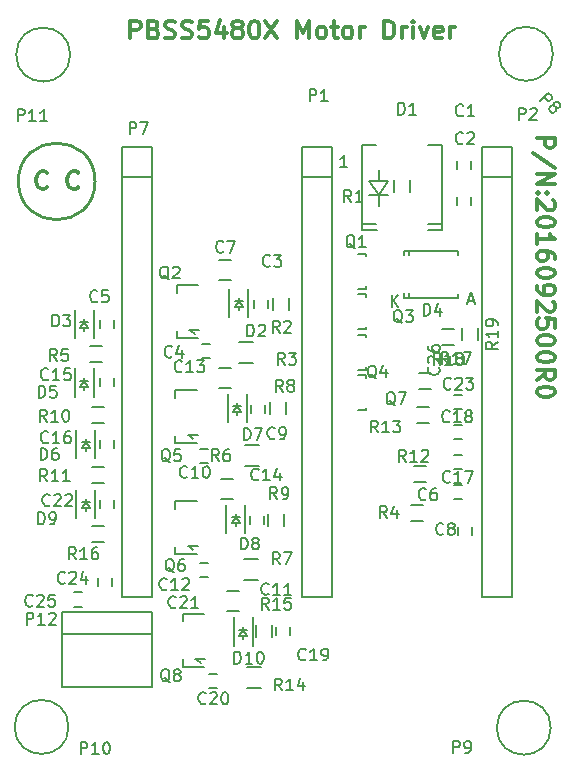
<source format=gbr>
G04 #@! TF.FileFunction,Legend,Top*
%FSLAX46Y46*%
G04 Gerber Fmt 4.6, Leading zero omitted, Abs format (unit mm)*
G04 Created by KiCad (PCBNEW 4.0.0-rc2-stable) date 9/29/2016 10:51:25 PM*
%MOMM*%
G01*
G04 APERTURE LIST*
%ADD10C,0.100000*%
%ADD11C,0.250000*%
%ADD12C,0.300000*%
%ADD13C,0.150000*%
G04 APERTURE END LIST*
D10*
D11*
X120671814Y-72913240D02*
G75*
G03X120671814Y-72913240I-3247614J0D01*
G01*
D12*
X116622938Y-73418474D02*
X116551509Y-73489903D01*
X116337223Y-73561331D01*
X116194366Y-73561331D01*
X115980081Y-73489903D01*
X115837223Y-73347046D01*
X115765795Y-73204189D01*
X115694366Y-72918474D01*
X115694366Y-72704189D01*
X115765795Y-72418474D01*
X115837223Y-72275617D01*
X115980081Y-72132760D01*
X116194366Y-72061331D01*
X116337223Y-72061331D01*
X116551509Y-72132760D01*
X116622938Y-72204189D01*
X119265795Y-73418474D02*
X119194366Y-73489903D01*
X118980080Y-73561331D01*
X118837223Y-73561331D01*
X118622938Y-73489903D01*
X118480080Y-73347046D01*
X118408652Y-73204189D01*
X118337223Y-72918474D01*
X118337223Y-72704189D01*
X118408652Y-72418474D01*
X118480080Y-72275617D01*
X118622938Y-72132760D01*
X118837223Y-72061331D01*
X118980080Y-72061331D01*
X119194366Y-72132760D01*
X119265795Y-72204189D01*
X158081589Y-69228751D02*
X159581589Y-69228751D01*
X159581589Y-69800179D01*
X159510160Y-69943037D01*
X159438731Y-70014465D01*
X159295874Y-70085894D01*
X159081589Y-70085894D01*
X158938731Y-70014465D01*
X158867303Y-69943037D01*
X158795874Y-69800179D01*
X158795874Y-69228751D01*
X159653017Y-71800179D02*
X157724446Y-70514465D01*
X158081589Y-72300180D02*
X159581589Y-72300180D01*
X158081589Y-73157323D01*
X159581589Y-73157323D01*
X158224446Y-73871609D02*
X158153017Y-73943037D01*
X158081589Y-73871609D01*
X158153017Y-73800180D01*
X158224446Y-73871609D01*
X158081589Y-73871609D01*
X159010160Y-73871609D02*
X158938731Y-73943037D01*
X158867303Y-73871609D01*
X158938731Y-73800180D01*
X159010160Y-73871609D01*
X158867303Y-73871609D01*
X159438731Y-74514466D02*
X159510160Y-74585895D01*
X159581589Y-74728752D01*
X159581589Y-75085895D01*
X159510160Y-75228752D01*
X159438731Y-75300181D01*
X159295874Y-75371609D01*
X159153017Y-75371609D01*
X158938731Y-75300181D01*
X158081589Y-74443038D01*
X158081589Y-75371609D01*
X159581589Y-76300180D02*
X159581589Y-76443037D01*
X159510160Y-76585894D01*
X159438731Y-76657323D01*
X159295874Y-76728752D01*
X159010160Y-76800180D01*
X158653017Y-76800180D01*
X158367303Y-76728752D01*
X158224446Y-76657323D01*
X158153017Y-76585894D01*
X158081589Y-76443037D01*
X158081589Y-76300180D01*
X158153017Y-76157323D01*
X158224446Y-76085894D01*
X158367303Y-76014466D01*
X158653017Y-75943037D01*
X159010160Y-75943037D01*
X159295874Y-76014466D01*
X159438731Y-76085894D01*
X159510160Y-76157323D01*
X159581589Y-76300180D01*
X158081589Y-78228751D02*
X158081589Y-77371608D01*
X158081589Y-77800180D02*
X159581589Y-77800180D01*
X159367303Y-77657323D01*
X159224446Y-77514465D01*
X159153017Y-77371608D01*
X159581589Y-79514465D02*
X159581589Y-79228751D01*
X159510160Y-79085894D01*
X159438731Y-79014465D01*
X159224446Y-78871608D01*
X158938731Y-78800179D01*
X158367303Y-78800179D01*
X158224446Y-78871608D01*
X158153017Y-78943036D01*
X158081589Y-79085894D01*
X158081589Y-79371608D01*
X158153017Y-79514465D01*
X158224446Y-79585894D01*
X158367303Y-79657322D01*
X158724446Y-79657322D01*
X158867303Y-79585894D01*
X158938731Y-79514465D01*
X159010160Y-79371608D01*
X159010160Y-79085894D01*
X158938731Y-78943036D01*
X158867303Y-78871608D01*
X158724446Y-78800179D01*
X159581589Y-80585893D02*
X159581589Y-80728750D01*
X159510160Y-80871607D01*
X159438731Y-80943036D01*
X159295874Y-81014465D01*
X159010160Y-81085893D01*
X158653017Y-81085893D01*
X158367303Y-81014465D01*
X158224446Y-80943036D01*
X158153017Y-80871607D01*
X158081589Y-80728750D01*
X158081589Y-80585893D01*
X158153017Y-80443036D01*
X158224446Y-80371607D01*
X158367303Y-80300179D01*
X158653017Y-80228750D01*
X159010160Y-80228750D01*
X159295874Y-80300179D01*
X159438731Y-80371607D01*
X159510160Y-80443036D01*
X159581589Y-80585893D01*
X158081589Y-81800178D02*
X158081589Y-82085893D01*
X158153017Y-82228750D01*
X158224446Y-82300178D01*
X158438731Y-82443036D01*
X158724446Y-82514464D01*
X159295874Y-82514464D01*
X159438731Y-82443036D01*
X159510160Y-82371607D01*
X159581589Y-82228750D01*
X159581589Y-81943036D01*
X159510160Y-81800178D01*
X159438731Y-81728750D01*
X159295874Y-81657321D01*
X158938731Y-81657321D01*
X158795874Y-81728750D01*
X158724446Y-81800178D01*
X158653017Y-81943036D01*
X158653017Y-82228750D01*
X158724446Y-82371607D01*
X158795874Y-82443036D01*
X158938731Y-82514464D01*
X159438731Y-83085892D02*
X159510160Y-83157321D01*
X159581589Y-83300178D01*
X159581589Y-83657321D01*
X159510160Y-83800178D01*
X159438731Y-83871607D01*
X159295874Y-83943035D01*
X159153017Y-83943035D01*
X158938731Y-83871607D01*
X158081589Y-83014464D01*
X158081589Y-83943035D01*
X159581589Y-85300178D02*
X159581589Y-84585892D01*
X158867303Y-84514463D01*
X158938731Y-84585892D01*
X159010160Y-84728749D01*
X159010160Y-85085892D01*
X158938731Y-85228749D01*
X158867303Y-85300178D01*
X158724446Y-85371606D01*
X158367303Y-85371606D01*
X158224446Y-85300178D01*
X158153017Y-85228749D01*
X158081589Y-85085892D01*
X158081589Y-84728749D01*
X158153017Y-84585892D01*
X158224446Y-84514463D01*
X159581589Y-86300177D02*
X159581589Y-86443034D01*
X159510160Y-86585891D01*
X159438731Y-86657320D01*
X159295874Y-86728749D01*
X159010160Y-86800177D01*
X158653017Y-86800177D01*
X158367303Y-86728749D01*
X158224446Y-86657320D01*
X158153017Y-86585891D01*
X158081589Y-86443034D01*
X158081589Y-86300177D01*
X158153017Y-86157320D01*
X158224446Y-86085891D01*
X158367303Y-86014463D01*
X158653017Y-85943034D01*
X159010160Y-85943034D01*
X159295874Y-86014463D01*
X159438731Y-86085891D01*
X159510160Y-86157320D01*
X159581589Y-86300177D01*
X159581589Y-87728748D02*
X159581589Y-87871605D01*
X159510160Y-88014462D01*
X159438731Y-88085891D01*
X159295874Y-88157320D01*
X159010160Y-88228748D01*
X158653017Y-88228748D01*
X158367303Y-88157320D01*
X158224446Y-88085891D01*
X158153017Y-88014462D01*
X158081589Y-87871605D01*
X158081589Y-87728748D01*
X158153017Y-87585891D01*
X158224446Y-87514462D01*
X158367303Y-87443034D01*
X158653017Y-87371605D01*
X159010160Y-87371605D01*
X159295874Y-87443034D01*
X159438731Y-87514462D01*
X159510160Y-87585891D01*
X159581589Y-87728748D01*
X158081589Y-89728748D02*
X158795874Y-89228748D01*
X158081589Y-88871605D02*
X159581589Y-88871605D01*
X159581589Y-89443033D01*
X159510160Y-89585891D01*
X159438731Y-89657319D01*
X159295874Y-89728748D01*
X159081589Y-89728748D01*
X158938731Y-89657319D01*
X158867303Y-89585891D01*
X158795874Y-89443033D01*
X158795874Y-88871605D01*
X159581589Y-90657319D02*
X159581589Y-90800176D01*
X159510160Y-90943033D01*
X159438731Y-91014462D01*
X159295874Y-91085891D01*
X159010160Y-91157319D01*
X158653017Y-91157319D01*
X158367303Y-91085891D01*
X158224446Y-91014462D01*
X158153017Y-90943033D01*
X158081589Y-90800176D01*
X158081589Y-90657319D01*
X158153017Y-90514462D01*
X158224446Y-90443033D01*
X158367303Y-90371605D01*
X158653017Y-90300176D01*
X159010160Y-90300176D01*
X159295874Y-90371605D01*
X159438731Y-90443033D01*
X159510160Y-90514462D01*
X159581589Y-90657319D01*
X123664465Y-60805451D02*
X123664465Y-59305451D01*
X124235893Y-59305451D01*
X124378751Y-59376880D01*
X124450179Y-59448309D01*
X124521608Y-59591166D01*
X124521608Y-59805451D01*
X124450179Y-59948309D01*
X124378751Y-60019737D01*
X124235893Y-60091166D01*
X123664465Y-60091166D01*
X125664465Y-60019737D02*
X125878751Y-60091166D01*
X125950179Y-60162594D01*
X126021608Y-60305451D01*
X126021608Y-60519737D01*
X125950179Y-60662594D01*
X125878751Y-60734023D01*
X125735893Y-60805451D01*
X125164465Y-60805451D01*
X125164465Y-59305451D01*
X125664465Y-59305451D01*
X125807322Y-59376880D01*
X125878751Y-59448309D01*
X125950179Y-59591166D01*
X125950179Y-59734023D01*
X125878751Y-59876880D01*
X125807322Y-59948309D01*
X125664465Y-60019737D01*
X125164465Y-60019737D01*
X126593036Y-60734023D02*
X126807322Y-60805451D01*
X127164465Y-60805451D01*
X127307322Y-60734023D01*
X127378751Y-60662594D01*
X127450179Y-60519737D01*
X127450179Y-60376880D01*
X127378751Y-60234023D01*
X127307322Y-60162594D01*
X127164465Y-60091166D01*
X126878751Y-60019737D01*
X126735893Y-59948309D01*
X126664465Y-59876880D01*
X126593036Y-59734023D01*
X126593036Y-59591166D01*
X126664465Y-59448309D01*
X126735893Y-59376880D01*
X126878751Y-59305451D01*
X127235893Y-59305451D01*
X127450179Y-59376880D01*
X128021607Y-60734023D02*
X128235893Y-60805451D01*
X128593036Y-60805451D01*
X128735893Y-60734023D01*
X128807322Y-60662594D01*
X128878750Y-60519737D01*
X128878750Y-60376880D01*
X128807322Y-60234023D01*
X128735893Y-60162594D01*
X128593036Y-60091166D01*
X128307322Y-60019737D01*
X128164464Y-59948309D01*
X128093036Y-59876880D01*
X128021607Y-59734023D01*
X128021607Y-59591166D01*
X128093036Y-59448309D01*
X128164464Y-59376880D01*
X128307322Y-59305451D01*
X128664464Y-59305451D01*
X128878750Y-59376880D01*
X130235893Y-59305451D02*
X129521607Y-59305451D01*
X129450178Y-60019737D01*
X129521607Y-59948309D01*
X129664464Y-59876880D01*
X130021607Y-59876880D01*
X130164464Y-59948309D01*
X130235893Y-60019737D01*
X130307321Y-60162594D01*
X130307321Y-60519737D01*
X130235893Y-60662594D01*
X130164464Y-60734023D01*
X130021607Y-60805451D01*
X129664464Y-60805451D01*
X129521607Y-60734023D01*
X129450178Y-60662594D01*
X131593035Y-59805451D02*
X131593035Y-60805451D01*
X131235892Y-59234023D02*
X130878749Y-60305451D01*
X131807321Y-60305451D01*
X132593035Y-59948309D02*
X132450177Y-59876880D01*
X132378749Y-59805451D01*
X132307320Y-59662594D01*
X132307320Y-59591166D01*
X132378749Y-59448309D01*
X132450177Y-59376880D01*
X132593035Y-59305451D01*
X132878749Y-59305451D01*
X133021606Y-59376880D01*
X133093035Y-59448309D01*
X133164463Y-59591166D01*
X133164463Y-59662594D01*
X133093035Y-59805451D01*
X133021606Y-59876880D01*
X132878749Y-59948309D01*
X132593035Y-59948309D01*
X132450177Y-60019737D01*
X132378749Y-60091166D01*
X132307320Y-60234023D01*
X132307320Y-60519737D01*
X132378749Y-60662594D01*
X132450177Y-60734023D01*
X132593035Y-60805451D01*
X132878749Y-60805451D01*
X133021606Y-60734023D01*
X133093035Y-60662594D01*
X133164463Y-60519737D01*
X133164463Y-60234023D01*
X133093035Y-60091166D01*
X133021606Y-60019737D01*
X132878749Y-59948309D01*
X134093034Y-59305451D02*
X134235891Y-59305451D01*
X134378748Y-59376880D01*
X134450177Y-59448309D01*
X134521606Y-59591166D01*
X134593034Y-59876880D01*
X134593034Y-60234023D01*
X134521606Y-60519737D01*
X134450177Y-60662594D01*
X134378748Y-60734023D01*
X134235891Y-60805451D01*
X134093034Y-60805451D01*
X133950177Y-60734023D01*
X133878748Y-60662594D01*
X133807320Y-60519737D01*
X133735891Y-60234023D01*
X133735891Y-59876880D01*
X133807320Y-59591166D01*
X133878748Y-59448309D01*
X133950177Y-59376880D01*
X134093034Y-59305451D01*
X135093034Y-59305451D02*
X136093034Y-60805451D01*
X136093034Y-59305451D02*
X135093034Y-60805451D01*
X137807319Y-60805451D02*
X137807319Y-59305451D01*
X138307319Y-60376880D01*
X138807319Y-59305451D01*
X138807319Y-60805451D01*
X139735891Y-60805451D02*
X139593033Y-60734023D01*
X139521605Y-60662594D01*
X139450176Y-60519737D01*
X139450176Y-60091166D01*
X139521605Y-59948309D01*
X139593033Y-59876880D01*
X139735891Y-59805451D01*
X139950176Y-59805451D01*
X140093033Y-59876880D01*
X140164462Y-59948309D01*
X140235891Y-60091166D01*
X140235891Y-60519737D01*
X140164462Y-60662594D01*
X140093033Y-60734023D01*
X139950176Y-60805451D01*
X139735891Y-60805451D01*
X140664462Y-59805451D02*
X141235891Y-59805451D01*
X140878748Y-59305451D02*
X140878748Y-60591166D01*
X140950176Y-60734023D01*
X141093034Y-60805451D01*
X141235891Y-60805451D01*
X141950177Y-60805451D02*
X141807319Y-60734023D01*
X141735891Y-60662594D01*
X141664462Y-60519737D01*
X141664462Y-60091166D01*
X141735891Y-59948309D01*
X141807319Y-59876880D01*
X141950177Y-59805451D01*
X142164462Y-59805451D01*
X142307319Y-59876880D01*
X142378748Y-59948309D01*
X142450177Y-60091166D01*
X142450177Y-60519737D01*
X142378748Y-60662594D01*
X142307319Y-60734023D01*
X142164462Y-60805451D01*
X141950177Y-60805451D01*
X143093034Y-60805451D02*
X143093034Y-59805451D01*
X143093034Y-60091166D02*
X143164462Y-59948309D01*
X143235891Y-59876880D01*
X143378748Y-59805451D01*
X143521605Y-59805451D01*
X145164462Y-60805451D02*
X145164462Y-59305451D01*
X145521605Y-59305451D01*
X145735890Y-59376880D01*
X145878748Y-59519737D01*
X145950176Y-59662594D01*
X146021605Y-59948309D01*
X146021605Y-60162594D01*
X145950176Y-60448309D01*
X145878748Y-60591166D01*
X145735890Y-60734023D01*
X145521605Y-60805451D01*
X145164462Y-60805451D01*
X146664462Y-60805451D02*
X146664462Y-59805451D01*
X146664462Y-60091166D02*
X146735890Y-59948309D01*
X146807319Y-59876880D01*
X146950176Y-59805451D01*
X147093033Y-59805451D01*
X147593033Y-60805451D02*
X147593033Y-59805451D01*
X147593033Y-59305451D02*
X147521604Y-59376880D01*
X147593033Y-59448309D01*
X147664461Y-59376880D01*
X147593033Y-59305451D01*
X147593033Y-59448309D01*
X148164462Y-59805451D02*
X148521605Y-60805451D01*
X148878747Y-59805451D01*
X150021604Y-60734023D02*
X149878747Y-60805451D01*
X149593033Y-60805451D01*
X149450176Y-60734023D01*
X149378747Y-60591166D01*
X149378747Y-60019737D01*
X149450176Y-59876880D01*
X149593033Y-59805451D01*
X149878747Y-59805451D01*
X150021604Y-59876880D01*
X150093033Y-60019737D01*
X150093033Y-60162594D01*
X149378747Y-60305451D01*
X150735890Y-60805451D02*
X150735890Y-59805451D01*
X150735890Y-60091166D02*
X150807318Y-59948309D01*
X150878747Y-59876880D01*
X151021604Y-59805451D01*
X151164461Y-59805451D01*
D13*
X142017715Y-71699381D02*
X141446286Y-71699381D01*
X141732000Y-71699381D02*
X141732000Y-70699381D01*
X141636762Y-70842238D01*
X141541524Y-70937476D01*
X141446286Y-70985095D01*
X151292000Y-71851000D02*
X151292000Y-71151000D01*
X152492000Y-71151000D02*
X152492000Y-71851000D01*
X151292000Y-74899000D02*
X151292000Y-74199000D01*
X152492000Y-74199000D02*
X152492000Y-74899000D01*
X134147000Y-83662000D02*
X134147000Y-82962000D01*
X135347000Y-82962000D02*
X135347000Y-83662000D01*
X130398000Y-87849000D02*
X129698000Y-87849000D01*
X129698000Y-86649000D02*
X130398000Y-86649000D01*
X121066000Y-85313000D02*
X121066000Y-84613000D01*
X122266000Y-84613000D02*
X122266000Y-85313000D01*
X151034000Y-98587000D02*
X151734000Y-98587000D01*
X151734000Y-99787000D02*
X151034000Y-99787000D01*
X131199000Y-81241000D02*
X132199000Y-81241000D01*
X132199000Y-79541000D02*
X131199000Y-79541000D01*
X151419000Y-102839000D02*
X151419000Y-102139000D01*
X152619000Y-102139000D02*
X152619000Y-102839000D01*
X144686020Y-74055440D02*
X144686020Y-74957140D01*
X144686020Y-72904820D02*
X144686020Y-71906600D01*
X150086060Y-76555460D02*
X148884640Y-76555460D01*
X143283940Y-76555460D02*
X144485360Y-76555460D01*
X150086060Y-69806820D02*
X148884640Y-69806820D01*
X143283940Y-69806820D02*
X144485360Y-69806820D01*
X150086060Y-77005180D02*
X148833840Y-77005180D01*
X143283940Y-77005180D02*
X144536160Y-77005180D01*
X143885920Y-74055440D02*
X145486120Y-74055440D01*
X145435320Y-72904820D02*
X143885920Y-72904820D01*
X144686020Y-74055440D02*
X145435320Y-72904820D01*
X144686020Y-74055440D02*
X143885920Y-72904820D01*
X150086060Y-77005180D02*
X150086060Y-69806820D01*
X143283940Y-77005180D02*
X143283940Y-69806820D01*
X146791680Y-82572000D02*
X146791680Y-82372200D01*
X147248720Y-82522000D02*
X147248720Y-82373000D01*
X151394160Y-82572000D02*
X151394160Y-82423000D01*
X146796760Y-78972000D02*
X146796760Y-79121000D01*
X147248720Y-78972000D02*
X147248720Y-79121000D01*
X151399240Y-78972000D02*
X151399240Y-79121000D01*
X147248720Y-82720980D02*
X147248720Y-82522860D01*
X147248720Y-78773020D02*
X147248720Y-78971140D01*
X151394160Y-82768440D02*
X151394160Y-82570320D01*
X146791680Y-82768440D02*
X151394160Y-82768440D01*
X146791680Y-82768440D02*
X146791680Y-82570320D01*
X146796760Y-78773020D02*
X146796760Y-78971140D01*
X146796760Y-78773020D02*
X151399240Y-78773020D01*
X151399240Y-78773020D02*
X151399240Y-78971140D01*
X143652240Y-81817160D02*
X143652240Y-81768900D01*
X142951200Y-79018180D02*
X143652240Y-79018180D01*
X143652240Y-79018180D02*
X143652240Y-79267100D01*
X143652240Y-81817160D02*
X143652240Y-82017820D01*
X143652240Y-82017820D02*
X142951200Y-82017820D01*
X147360000Y-72779000D02*
X147360000Y-73779000D01*
X146010000Y-73779000D02*
X146010000Y-72779000D01*
X135723000Y-83812000D02*
X135723000Y-82812000D01*
X137073000Y-82812000D02*
X137073000Y-83812000D01*
X134077000Y-88251000D02*
X132877000Y-88251000D01*
X132877000Y-86501000D02*
X134077000Y-86501000D01*
X147455000Y-100290000D02*
X148455000Y-100290000D01*
X148455000Y-101640000D02*
X147455000Y-101640000D01*
X120277000Y-86828000D02*
X121277000Y-86828000D01*
X121277000Y-88178000D02*
X120277000Y-88178000D01*
X129105660Y-85846920D02*
X128805940Y-85598000D01*
X128805940Y-85598000D02*
X128656080Y-85496400D01*
X128656080Y-85496400D02*
X129504440Y-85496400D01*
X127604520Y-86197440D02*
X129405380Y-86197440D01*
X127604520Y-86197440D02*
X127604520Y-85547200D01*
X127604520Y-81696560D02*
X129405380Y-81696560D01*
X127604520Y-81696560D02*
X127604520Y-82346800D01*
X133893000Y-92552000D02*
X133893000Y-91852000D01*
X135093000Y-91852000D02*
X135093000Y-92552000D01*
X130271000Y-96739000D02*
X129571000Y-96739000D01*
X129571000Y-95539000D02*
X130271000Y-95539000D01*
X133766000Y-101950000D02*
X133766000Y-101250000D01*
X134966000Y-101250000D02*
X134966000Y-101950000D01*
X130271000Y-106391000D02*
X129571000Y-106391000D01*
X129571000Y-105191000D02*
X130271000Y-105191000D01*
X131199000Y-90385000D02*
X132199000Y-90385000D01*
X132199000Y-88685000D02*
X131199000Y-88685000D01*
X131326000Y-99783000D02*
X132326000Y-99783000D01*
X132326000Y-98083000D02*
X131326000Y-98083000D01*
X121066000Y-90266000D02*
X121066000Y-89566000D01*
X122266000Y-89566000D02*
X122266000Y-90266000D01*
X121066000Y-95473000D02*
X121066000Y-94773000D01*
X122266000Y-94773000D02*
X122266000Y-95473000D01*
X151034000Y-96047000D02*
X151734000Y-96047000D01*
X151734000Y-97247000D02*
X151034000Y-97247000D01*
X151034000Y-93507000D02*
X151734000Y-93507000D01*
X151734000Y-94707000D02*
X151034000Y-94707000D01*
X135950400Y-111307360D02*
X135950400Y-110607360D01*
X137150400Y-110607360D02*
X137150400Y-111307360D01*
X131033000Y-115789000D02*
X130333000Y-115789000D01*
X130333000Y-114589000D02*
X131033000Y-114589000D01*
X131834000Y-109308000D02*
X132834000Y-109308000D01*
X132834000Y-107608000D02*
X131834000Y-107608000D01*
X121066000Y-100553000D02*
X121066000Y-99853000D01*
X122266000Y-99853000D02*
X122266000Y-100553000D01*
X151034000Y-90967000D02*
X151734000Y-90967000D01*
X151734000Y-92167000D02*
X151034000Y-92167000D01*
X122139000Y-106457000D02*
X122139000Y-107157000D01*
X120939000Y-107157000D02*
X120939000Y-106457000D01*
X125476000Y-72517000D02*
X125476000Y-69977000D01*
X125476000Y-69977000D02*
X122936000Y-69977000D01*
X122936000Y-69977000D02*
X122936000Y-72517000D01*
X125476000Y-72517000D02*
X125476000Y-108077000D01*
X125476000Y-108077000D02*
X122936000Y-108077000D01*
X122936000Y-108077000D02*
X122936000Y-72517000D01*
X122936000Y-72517000D02*
X125476000Y-72517000D01*
X143652240Y-85246160D02*
X143652240Y-85197900D01*
X142951200Y-82447180D02*
X143652240Y-82447180D01*
X143652240Y-82447180D02*
X143652240Y-82696100D01*
X143652240Y-85246160D02*
X143652240Y-85446820D01*
X143652240Y-85446820D02*
X142951200Y-85446820D01*
X143652240Y-88675160D02*
X143652240Y-88626900D01*
X142951200Y-85876180D02*
X143652240Y-85876180D01*
X143652240Y-85876180D02*
X143652240Y-86125100D01*
X143652240Y-88675160D02*
X143652240Y-88875820D01*
X143652240Y-88875820D02*
X142951200Y-88875820D01*
X128978660Y-94736920D02*
X128678940Y-94488000D01*
X128678940Y-94488000D02*
X128529080Y-94386400D01*
X128529080Y-94386400D02*
X129377440Y-94386400D01*
X127477520Y-95087440D02*
X129278380Y-95087440D01*
X127477520Y-95087440D02*
X127477520Y-94437200D01*
X127477520Y-90586560D02*
X129278380Y-90586560D01*
X127477520Y-90586560D02*
X127477520Y-91236800D01*
X128978660Y-104134920D02*
X128678940Y-103886000D01*
X128678940Y-103886000D02*
X128529080Y-103784400D01*
X128529080Y-103784400D02*
X129377440Y-103784400D01*
X127477520Y-104485440D02*
X129278380Y-104485440D01*
X127477520Y-104485440D02*
X127477520Y-103835200D01*
X127477520Y-99984560D02*
X129278380Y-99984560D01*
X127477520Y-99984560D02*
X127477520Y-100634800D01*
X143652240Y-92104160D02*
X143652240Y-92055900D01*
X142951200Y-89305180D02*
X143652240Y-89305180D01*
X143652240Y-89305180D02*
X143652240Y-89554100D01*
X143652240Y-92104160D02*
X143652240Y-92304820D01*
X143652240Y-92304820D02*
X142951200Y-92304820D01*
X129613660Y-113659920D02*
X129313940Y-113411000D01*
X129313940Y-113411000D02*
X129164080Y-113309400D01*
X129164080Y-113309400D02*
X130012440Y-113309400D01*
X128112520Y-114010440D02*
X129913380Y-114010440D01*
X128112520Y-114010440D02*
X128112520Y-113360200D01*
X128112520Y-109509560D02*
X129913380Y-109509560D01*
X128112520Y-109509560D02*
X128112520Y-110159800D01*
X134585000Y-97014000D02*
X133385000Y-97014000D01*
X133385000Y-95264000D02*
X134585000Y-95264000D01*
X134458000Y-106666000D02*
X133258000Y-106666000D01*
X133258000Y-104916000D02*
X134458000Y-104916000D01*
X135469000Y-92575000D02*
X135469000Y-91575000D01*
X136819000Y-91575000D02*
X136819000Y-92575000D01*
X135342000Y-102100000D02*
X135342000Y-101100000D01*
X136692000Y-101100000D02*
X136692000Y-102100000D01*
X120404000Y-92035000D02*
X121404000Y-92035000D01*
X121404000Y-93385000D02*
X120404000Y-93385000D01*
X120404000Y-97115000D02*
X121404000Y-97115000D01*
X121404000Y-98465000D02*
X120404000Y-98465000D01*
X147709000Y-96988000D02*
X148709000Y-96988000D01*
X148709000Y-98338000D02*
X147709000Y-98338000D01*
X147963000Y-92035000D02*
X148963000Y-92035000D01*
X148963000Y-93385000D02*
X147963000Y-93385000D01*
X134712000Y-115810000D02*
X133512000Y-115810000D01*
X133512000Y-114060000D02*
X134712000Y-114060000D01*
X134320920Y-111492920D02*
X134320920Y-110492920D01*
X135670920Y-110492920D02*
X135670920Y-111492920D01*
X120404000Y-102068000D02*
X121404000Y-102068000D01*
X121404000Y-103418000D02*
X120404000Y-103418000D01*
X148090000Y-89114000D02*
X149090000Y-89114000D01*
X149090000Y-90464000D02*
X148090000Y-90464000D01*
X118908080Y-107715760D02*
X119608080Y-107715760D01*
X119608080Y-108915760D02*
X118908080Y-108915760D01*
X132842000Y-83562000D02*
X132842000Y-83812000D01*
X132842000Y-83062000D02*
X132842000Y-82812000D01*
X132842000Y-83062000D02*
X133192000Y-83562000D01*
X133192000Y-83562000D02*
X132492000Y-83562000D01*
X132492000Y-83562000D02*
X132842000Y-83062000D01*
X133192000Y-83062000D02*
X132492000Y-83062000D01*
X132042000Y-82012000D02*
X132042000Y-84412000D01*
X133642000Y-82012000D02*
X133642000Y-84412000D01*
X119761000Y-85340000D02*
X119761000Y-85590000D01*
X119761000Y-84840000D02*
X119761000Y-84590000D01*
X119761000Y-84840000D02*
X120111000Y-85340000D01*
X120111000Y-85340000D02*
X119411000Y-85340000D01*
X119411000Y-85340000D02*
X119761000Y-84840000D01*
X120111000Y-84840000D02*
X119411000Y-84840000D01*
X118961000Y-83790000D02*
X118961000Y-86190000D01*
X120561000Y-83790000D02*
X120561000Y-86190000D01*
X119761000Y-90293000D02*
X119761000Y-90543000D01*
X119761000Y-89793000D02*
X119761000Y-89543000D01*
X119761000Y-89793000D02*
X120111000Y-90293000D01*
X120111000Y-90293000D02*
X119411000Y-90293000D01*
X119411000Y-90293000D02*
X119761000Y-89793000D01*
X120111000Y-89793000D02*
X119411000Y-89793000D01*
X118961000Y-88743000D02*
X118961000Y-91143000D01*
X120561000Y-88743000D02*
X120561000Y-91143000D01*
X119888000Y-95500000D02*
X119888000Y-95750000D01*
X119888000Y-95000000D02*
X119888000Y-94750000D01*
X119888000Y-95000000D02*
X120238000Y-95500000D01*
X120238000Y-95500000D02*
X119538000Y-95500000D01*
X119538000Y-95500000D02*
X119888000Y-95000000D01*
X120238000Y-95000000D02*
X119538000Y-95000000D01*
X119088000Y-93950000D02*
X119088000Y-96350000D01*
X120688000Y-93950000D02*
X120688000Y-96350000D01*
X132715000Y-92452000D02*
X132715000Y-92702000D01*
X132715000Y-91952000D02*
X132715000Y-91702000D01*
X132715000Y-91952000D02*
X133065000Y-92452000D01*
X133065000Y-92452000D02*
X132365000Y-92452000D01*
X132365000Y-92452000D02*
X132715000Y-91952000D01*
X133065000Y-91952000D02*
X132365000Y-91952000D01*
X131915000Y-90902000D02*
X131915000Y-93302000D01*
X133515000Y-90902000D02*
X133515000Y-93302000D01*
X132588000Y-101850000D02*
X132588000Y-102100000D01*
X132588000Y-101350000D02*
X132588000Y-101100000D01*
X132588000Y-101350000D02*
X132938000Y-101850000D01*
X132938000Y-101850000D02*
X132238000Y-101850000D01*
X132238000Y-101850000D02*
X132588000Y-101350000D01*
X132938000Y-101350000D02*
X132238000Y-101350000D01*
X131788000Y-100300000D02*
X131788000Y-102700000D01*
X133388000Y-100300000D02*
X133388000Y-102700000D01*
X119888000Y-100580000D02*
X119888000Y-100830000D01*
X119888000Y-100080000D02*
X119888000Y-99830000D01*
X119888000Y-100080000D02*
X120238000Y-100580000D01*
X120238000Y-100580000D02*
X119538000Y-100580000D01*
X119538000Y-100580000D02*
X119888000Y-100080000D01*
X120238000Y-100080000D02*
X119538000Y-100080000D01*
X119088000Y-99030000D02*
X119088000Y-101430000D01*
X120688000Y-99030000D02*
X120688000Y-101430000D01*
X133223000Y-111375000D02*
X133223000Y-111625000D01*
X133223000Y-110875000D02*
X133223000Y-110625000D01*
X133223000Y-110875000D02*
X133573000Y-111375000D01*
X133573000Y-111375000D02*
X132873000Y-111375000D01*
X132873000Y-111375000D02*
X133223000Y-110875000D01*
X133573000Y-110875000D02*
X132873000Y-110875000D01*
X132423000Y-109825000D02*
X132423000Y-112225000D01*
X134023000Y-109825000D02*
X134023000Y-112225000D01*
X140716000Y-72517000D02*
X140716000Y-69977000D01*
X140716000Y-69977000D02*
X138176000Y-69977000D01*
X138176000Y-69977000D02*
X138176000Y-72517000D01*
X140716000Y-72517000D02*
X140716000Y-108077000D01*
X140716000Y-108077000D02*
X138176000Y-108077000D01*
X138176000Y-108077000D02*
X138176000Y-72517000D01*
X138176000Y-72517000D02*
X140716000Y-72517000D01*
X155956000Y-72517000D02*
X155956000Y-69977000D01*
X155956000Y-69977000D02*
X153416000Y-69977000D01*
X153416000Y-69977000D02*
X153416000Y-72517000D01*
X155956000Y-72517000D02*
X155956000Y-108077000D01*
X155956000Y-108077000D02*
X153416000Y-108077000D01*
X153416000Y-108077000D02*
X153416000Y-72517000D01*
X153416000Y-72517000D02*
X155956000Y-72517000D01*
X117856000Y-109347000D02*
X117856000Y-115697000D01*
X125476000Y-109347000D02*
X125476000Y-115697000D01*
X125476000Y-111252000D02*
X117856000Y-111252000D01*
X117856000Y-109347000D02*
X125476000Y-109347000D01*
X125476000Y-115697000D02*
X117856000Y-115697000D01*
X159440880Y-62113160D02*
G75*
G03X159440880Y-62113160I-2286000J0D01*
G01*
X159252920Y-119161560D02*
G75*
G03X159252920Y-119161560I-2286000J0D01*
G01*
X118430040Y-119100600D02*
G75*
G03X118430040Y-119100600I-2286000J0D01*
G01*
X118562120Y-62174120D02*
G75*
G03X118562120Y-62174120I-2286000J0D01*
G01*
X150702720Y-88361000D02*
X150702720Y-87661000D01*
X151902720Y-87661000D02*
X151902720Y-88361000D01*
X150061040Y-85395440D02*
X151061040Y-85395440D01*
X151061040Y-86745440D02*
X150061040Y-86745440D01*
X151725000Y-86352000D02*
X151725000Y-85352000D01*
X153075000Y-85352000D02*
X153075000Y-86352000D01*
X151832014Y-67296303D02*
X151784395Y-67343922D01*
X151641538Y-67391541D01*
X151546300Y-67391541D01*
X151403442Y-67343922D01*
X151308204Y-67248684D01*
X151260585Y-67153446D01*
X151212966Y-66962970D01*
X151212966Y-66820112D01*
X151260585Y-66629636D01*
X151308204Y-66534398D01*
X151403442Y-66439160D01*
X151546300Y-66391541D01*
X151641538Y-66391541D01*
X151784395Y-66439160D01*
X151832014Y-66486779D01*
X152784395Y-67391541D02*
X152212966Y-67391541D01*
X152498680Y-67391541D02*
X152498680Y-66391541D01*
X152403442Y-66534398D01*
X152308204Y-66629636D01*
X152212966Y-66677255D01*
X151821854Y-69663583D02*
X151774235Y-69711202D01*
X151631378Y-69758821D01*
X151536140Y-69758821D01*
X151393282Y-69711202D01*
X151298044Y-69615964D01*
X151250425Y-69520726D01*
X151202806Y-69330250D01*
X151202806Y-69187392D01*
X151250425Y-68996916D01*
X151298044Y-68901678D01*
X151393282Y-68806440D01*
X151536140Y-68758821D01*
X151631378Y-68758821D01*
X151774235Y-68806440D01*
X151821854Y-68854059D01*
X152202806Y-68854059D02*
X152250425Y-68806440D01*
X152345663Y-68758821D01*
X152583759Y-68758821D01*
X152678997Y-68806440D01*
X152726616Y-68854059D01*
X152774235Y-68949297D01*
X152774235Y-69044535D01*
X152726616Y-69187392D01*
X152155187Y-69758821D01*
X152774235Y-69758821D01*
X135479494Y-80031863D02*
X135431875Y-80079482D01*
X135289018Y-80127101D01*
X135193780Y-80127101D01*
X135050922Y-80079482D01*
X134955684Y-79984244D01*
X134908065Y-79889006D01*
X134860446Y-79698530D01*
X134860446Y-79555672D01*
X134908065Y-79365196D01*
X134955684Y-79269958D01*
X135050922Y-79174720D01*
X135193780Y-79127101D01*
X135289018Y-79127101D01*
X135431875Y-79174720D01*
X135479494Y-79222339D01*
X135812827Y-79127101D02*
X136431875Y-79127101D01*
X136098541Y-79508053D01*
X136241399Y-79508053D01*
X136336637Y-79555672D01*
X136384256Y-79603291D01*
X136431875Y-79698530D01*
X136431875Y-79936625D01*
X136384256Y-80031863D01*
X136336637Y-80079482D01*
X136241399Y-80127101D01*
X135955684Y-80127101D01*
X135860446Y-80079482D01*
X135812827Y-80031863D01*
X127178774Y-87733143D02*
X127131155Y-87780762D01*
X126988298Y-87828381D01*
X126893060Y-87828381D01*
X126750202Y-87780762D01*
X126654964Y-87685524D01*
X126607345Y-87590286D01*
X126559726Y-87399810D01*
X126559726Y-87256952D01*
X126607345Y-87066476D01*
X126654964Y-86971238D01*
X126750202Y-86876000D01*
X126893060Y-86828381D01*
X126988298Y-86828381D01*
X127131155Y-86876000D01*
X127178774Y-86923619D01*
X128035917Y-87161714D02*
X128035917Y-87828381D01*
X127797821Y-86780762D02*
X127559726Y-87495048D01*
X128178774Y-87495048D01*
X120864334Y-83034143D02*
X120816715Y-83081762D01*
X120673858Y-83129381D01*
X120578620Y-83129381D01*
X120435762Y-83081762D01*
X120340524Y-82986524D01*
X120292905Y-82891286D01*
X120245286Y-82700810D01*
X120245286Y-82557952D01*
X120292905Y-82367476D01*
X120340524Y-82272238D01*
X120435762Y-82177000D01*
X120578620Y-82129381D01*
X120673858Y-82129381D01*
X120816715Y-82177000D01*
X120864334Y-82224619D01*
X121769096Y-82129381D02*
X121292905Y-82129381D01*
X121245286Y-82605571D01*
X121292905Y-82557952D01*
X121388143Y-82510333D01*
X121626239Y-82510333D01*
X121721477Y-82557952D01*
X121769096Y-82605571D01*
X121816715Y-82700810D01*
X121816715Y-82938905D01*
X121769096Y-83034143D01*
X121721477Y-83081762D01*
X121626239Y-83129381D01*
X121388143Y-83129381D01*
X121292905Y-83081762D01*
X121245286Y-83034143D01*
X148677334Y-99798143D02*
X148629715Y-99845762D01*
X148486858Y-99893381D01*
X148391620Y-99893381D01*
X148248762Y-99845762D01*
X148153524Y-99750524D01*
X148105905Y-99655286D01*
X148058286Y-99464810D01*
X148058286Y-99321952D01*
X148105905Y-99131476D01*
X148153524Y-99036238D01*
X148248762Y-98941000D01*
X148391620Y-98893381D01*
X148486858Y-98893381D01*
X148629715Y-98941000D01*
X148677334Y-98988619D01*
X149534477Y-98893381D02*
X149344000Y-98893381D01*
X149248762Y-98941000D01*
X149201143Y-98988619D01*
X149105905Y-99131476D01*
X149058286Y-99321952D01*
X149058286Y-99702905D01*
X149105905Y-99798143D01*
X149153524Y-99845762D01*
X149248762Y-99893381D01*
X149439239Y-99893381D01*
X149534477Y-99845762D01*
X149582096Y-99798143D01*
X149629715Y-99702905D01*
X149629715Y-99464810D01*
X149582096Y-99369571D01*
X149534477Y-99321952D01*
X149439239Y-99274333D01*
X149248762Y-99274333D01*
X149153524Y-99321952D01*
X149105905Y-99369571D01*
X149058286Y-99464810D01*
X131532334Y-78843143D02*
X131484715Y-78890762D01*
X131341858Y-78938381D01*
X131246620Y-78938381D01*
X131103762Y-78890762D01*
X131008524Y-78795524D01*
X130960905Y-78700286D01*
X130913286Y-78509810D01*
X130913286Y-78366952D01*
X130960905Y-78176476D01*
X131008524Y-78081238D01*
X131103762Y-77986000D01*
X131246620Y-77938381D01*
X131341858Y-77938381D01*
X131484715Y-77986000D01*
X131532334Y-78033619D01*
X131865667Y-77938381D02*
X132532334Y-77938381D01*
X132103762Y-78938381D01*
X150160694Y-102739463D02*
X150113075Y-102787082D01*
X149970218Y-102834701D01*
X149874980Y-102834701D01*
X149732122Y-102787082D01*
X149636884Y-102691844D01*
X149589265Y-102596606D01*
X149541646Y-102406130D01*
X149541646Y-102263272D01*
X149589265Y-102072796D01*
X149636884Y-101977558D01*
X149732122Y-101882320D01*
X149874980Y-101834701D01*
X149970218Y-101834701D01*
X150113075Y-101882320D01*
X150160694Y-101929939D01*
X150732122Y-102263272D02*
X150636884Y-102215653D01*
X150589265Y-102168034D01*
X150541646Y-102072796D01*
X150541646Y-102025177D01*
X150589265Y-101929939D01*
X150636884Y-101882320D01*
X150732122Y-101834701D01*
X150922599Y-101834701D01*
X151017837Y-101882320D01*
X151065456Y-101929939D01*
X151113075Y-102025177D01*
X151113075Y-102072796D01*
X151065456Y-102168034D01*
X151017837Y-102215653D01*
X150922599Y-102263272D01*
X150732122Y-102263272D01*
X150636884Y-102310891D01*
X150589265Y-102358510D01*
X150541646Y-102453749D01*
X150541646Y-102644225D01*
X150589265Y-102739463D01*
X150636884Y-102787082D01*
X150732122Y-102834701D01*
X150922599Y-102834701D01*
X151017837Y-102787082D01*
X151065456Y-102739463D01*
X151113075Y-102644225D01*
X151113075Y-102453749D01*
X151065456Y-102358510D01*
X151017837Y-102310891D01*
X150922599Y-102263272D01*
X146327905Y-67254381D02*
X146327905Y-66254381D01*
X146566000Y-66254381D01*
X146708858Y-66302000D01*
X146804096Y-66397238D01*
X146851715Y-66492476D01*
X146899334Y-66682952D01*
X146899334Y-66825810D01*
X146851715Y-67016286D01*
X146804096Y-67111524D01*
X146708858Y-67206762D01*
X146566000Y-67254381D01*
X146327905Y-67254381D01*
X147851715Y-67254381D02*
X147280286Y-67254381D01*
X147566000Y-67254381D02*
X147566000Y-66254381D01*
X147470762Y-66397238D01*
X147375524Y-66492476D01*
X147280286Y-66540095D01*
X148486905Y-84272381D02*
X148486905Y-83272381D01*
X148725000Y-83272381D01*
X148867858Y-83320000D01*
X148963096Y-83415238D01*
X149010715Y-83510476D01*
X149058334Y-83700952D01*
X149058334Y-83843810D01*
X149010715Y-84034286D01*
X148963096Y-84129524D01*
X148867858Y-84224762D01*
X148725000Y-84272381D01*
X148486905Y-84272381D01*
X149915477Y-83605714D02*
X149915477Y-84272381D01*
X149677381Y-83224762D02*
X149439286Y-83939048D01*
X150058334Y-83939048D01*
X145788095Y-83510381D02*
X145788095Y-82510381D01*
X146359524Y-83510381D02*
X145930952Y-82938952D01*
X146359524Y-82510381D02*
X145788095Y-83081810D01*
X152268585Y-83016387D02*
X152744776Y-83016387D01*
X152173347Y-83302101D02*
X152506680Y-82302101D01*
X152840014Y-83302101D01*
X142678162Y-78576419D02*
X142582924Y-78528800D01*
X142487686Y-78433562D01*
X142344829Y-78290705D01*
X142249590Y-78243086D01*
X142154352Y-78243086D01*
X142201971Y-78481181D02*
X142106733Y-78433562D01*
X142011495Y-78338324D01*
X141963876Y-78147848D01*
X141963876Y-77814514D01*
X142011495Y-77624038D01*
X142106733Y-77528800D01*
X142201971Y-77481181D01*
X142392448Y-77481181D01*
X142487686Y-77528800D01*
X142582924Y-77624038D01*
X142630543Y-77814514D01*
X142630543Y-78147848D01*
X142582924Y-78338324D01*
X142487686Y-78433562D01*
X142392448Y-78481181D01*
X142201971Y-78481181D01*
X143582924Y-78481181D02*
X143011495Y-78481181D01*
X143297209Y-78481181D02*
X143297209Y-77481181D01*
X143201971Y-77624038D01*
X143106733Y-77719276D01*
X143011495Y-77766895D01*
X142347654Y-74635621D02*
X142014320Y-74159430D01*
X141776225Y-74635621D02*
X141776225Y-73635621D01*
X142157178Y-73635621D01*
X142252416Y-73683240D01*
X142300035Y-73730859D01*
X142347654Y-73826097D01*
X142347654Y-73968954D01*
X142300035Y-74064192D01*
X142252416Y-74111811D01*
X142157178Y-74159430D01*
X141776225Y-74159430D01*
X143300035Y-74635621D02*
X142728606Y-74635621D01*
X143014320Y-74635621D02*
X143014320Y-73635621D01*
X142919082Y-73778478D01*
X142823844Y-73873716D01*
X142728606Y-73921335D01*
X136307534Y-85704941D02*
X135974200Y-85228750D01*
X135736105Y-85704941D02*
X135736105Y-84704941D01*
X136117058Y-84704941D01*
X136212296Y-84752560D01*
X136259915Y-84800179D01*
X136307534Y-84895417D01*
X136307534Y-85038274D01*
X136259915Y-85133512D01*
X136212296Y-85181131D01*
X136117058Y-85228750D01*
X135736105Y-85228750D01*
X136688486Y-84800179D02*
X136736105Y-84752560D01*
X136831343Y-84704941D01*
X137069439Y-84704941D01*
X137164677Y-84752560D01*
X137212296Y-84800179D01*
X137259915Y-84895417D01*
X137259915Y-84990655D01*
X137212296Y-85133512D01*
X136640867Y-85704941D01*
X137259915Y-85704941D01*
X136719014Y-88427821D02*
X136385680Y-87951630D01*
X136147585Y-88427821D02*
X136147585Y-87427821D01*
X136528538Y-87427821D01*
X136623776Y-87475440D01*
X136671395Y-87523059D01*
X136719014Y-87618297D01*
X136719014Y-87761154D01*
X136671395Y-87856392D01*
X136623776Y-87904011D01*
X136528538Y-87951630D01*
X136147585Y-87951630D01*
X137052347Y-87427821D02*
X137671395Y-87427821D01*
X137338061Y-87808773D01*
X137480919Y-87808773D01*
X137576157Y-87856392D01*
X137623776Y-87904011D01*
X137671395Y-87999250D01*
X137671395Y-88237345D01*
X137623776Y-88332583D01*
X137576157Y-88380202D01*
X137480919Y-88427821D01*
X137195204Y-88427821D01*
X137099966Y-88380202D01*
X137052347Y-88332583D01*
X145375334Y-101417381D02*
X145042000Y-100941190D01*
X144803905Y-101417381D02*
X144803905Y-100417381D01*
X145184858Y-100417381D01*
X145280096Y-100465000D01*
X145327715Y-100512619D01*
X145375334Y-100607857D01*
X145375334Y-100750714D01*
X145327715Y-100845952D01*
X145280096Y-100893571D01*
X145184858Y-100941190D01*
X144803905Y-100941190D01*
X146232477Y-100750714D02*
X146232477Y-101417381D01*
X145994381Y-100369762D02*
X145756286Y-101084048D01*
X146375334Y-101084048D01*
X117445494Y-88107781D02*
X117112160Y-87631590D01*
X116874065Y-88107781D02*
X116874065Y-87107781D01*
X117255018Y-87107781D01*
X117350256Y-87155400D01*
X117397875Y-87203019D01*
X117445494Y-87298257D01*
X117445494Y-87441114D01*
X117397875Y-87536352D01*
X117350256Y-87583971D01*
X117255018Y-87631590D01*
X116874065Y-87631590D01*
X118350256Y-87107781D02*
X117874065Y-87107781D01*
X117826446Y-87583971D01*
X117874065Y-87536352D01*
X117969303Y-87488733D01*
X118207399Y-87488733D01*
X118302637Y-87536352D01*
X118350256Y-87583971D01*
X118397875Y-87679210D01*
X118397875Y-87917305D01*
X118350256Y-88012543D01*
X118302637Y-88060162D01*
X118207399Y-88107781D01*
X117969303Y-88107781D01*
X117874065Y-88060162D01*
X117826446Y-88012543D01*
X126920002Y-81212939D02*
X126824764Y-81165320D01*
X126729526Y-81070082D01*
X126586669Y-80927225D01*
X126491430Y-80879606D01*
X126396192Y-80879606D01*
X126443811Y-81117701D02*
X126348573Y-81070082D01*
X126253335Y-80974844D01*
X126205716Y-80784368D01*
X126205716Y-80451034D01*
X126253335Y-80260558D01*
X126348573Y-80165320D01*
X126443811Y-80117701D01*
X126634288Y-80117701D01*
X126729526Y-80165320D01*
X126824764Y-80260558D01*
X126872383Y-80451034D01*
X126872383Y-80784368D01*
X126824764Y-80974844D01*
X126729526Y-81070082D01*
X126634288Y-81117701D01*
X126443811Y-81117701D01*
X127253335Y-80212939D02*
X127300954Y-80165320D01*
X127396192Y-80117701D01*
X127634288Y-80117701D01*
X127729526Y-80165320D01*
X127777145Y-80212939D01*
X127824764Y-80308177D01*
X127824764Y-80403415D01*
X127777145Y-80546272D01*
X127205716Y-81117701D01*
X127824764Y-81117701D01*
X135885894Y-94636863D02*
X135838275Y-94684482D01*
X135695418Y-94732101D01*
X135600180Y-94732101D01*
X135457322Y-94684482D01*
X135362084Y-94589244D01*
X135314465Y-94494006D01*
X135266846Y-94303530D01*
X135266846Y-94160672D01*
X135314465Y-93970196D01*
X135362084Y-93874958D01*
X135457322Y-93779720D01*
X135600180Y-93732101D01*
X135695418Y-93732101D01*
X135838275Y-93779720D01*
X135885894Y-93827339D01*
X136362084Y-94732101D02*
X136552560Y-94732101D01*
X136647799Y-94684482D01*
X136695418Y-94636863D01*
X136790656Y-94494006D01*
X136838275Y-94303530D01*
X136838275Y-93922577D01*
X136790656Y-93827339D01*
X136743037Y-93779720D01*
X136647799Y-93732101D01*
X136457322Y-93732101D01*
X136362084Y-93779720D01*
X136314465Y-93827339D01*
X136266846Y-93922577D01*
X136266846Y-94160672D01*
X136314465Y-94255910D01*
X136362084Y-94303530D01*
X136457322Y-94351149D01*
X136647799Y-94351149D01*
X136743037Y-94303530D01*
X136790656Y-94255910D01*
X136838275Y-94160672D01*
X128465343Y-97908383D02*
X128417724Y-97956002D01*
X128274867Y-98003621D01*
X128179629Y-98003621D01*
X128036771Y-97956002D01*
X127941533Y-97860764D01*
X127893914Y-97765526D01*
X127846295Y-97575050D01*
X127846295Y-97432192D01*
X127893914Y-97241716D01*
X127941533Y-97146478D01*
X128036771Y-97051240D01*
X128179629Y-97003621D01*
X128274867Y-97003621D01*
X128417724Y-97051240D01*
X128465343Y-97098859D01*
X129417724Y-98003621D02*
X128846295Y-98003621D01*
X129132009Y-98003621D02*
X129132009Y-97003621D01*
X129036771Y-97146478D01*
X128941533Y-97241716D01*
X128846295Y-97289335D01*
X130036771Y-97003621D02*
X130132010Y-97003621D01*
X130227248Y-97051240D01*
X130274867Y-97098859D01*
X130322486Y-97194097D01*
X130370105Y-97384573D01*
X130370105Y-97622669D01*
X130322486Y-97813145D01*
X130274867Y-97908383D01*
X130227248Y-97956002D01*
X130132010Y-98003621D01*
X130036771Y-98003621D01*
X129941533Y-97956002D01*
X129893914Y-97908383D01*
X129846295Y-97813145D01*
X129798676Y-97622669D01*
X129798676Y-97384573D01*
X129846295Y-97194097D01*
X129893914Y-97098859D01*
X129941533Y-97051240D01*
X130036771Y-97003621D01*
X135369063Y-107834703D02*
X135321444Y-107882322D01*
X135178587Y-107929941D01*
X135083349Y-107929941D01*
X134940491Y-107882322D01*
X134845253Y-107787084D01*
X134797634Y-107691846D01*
X134750015Y-107501370D01*
X134750015Y-107358512D01*
X134797634Y-107168036D01*
X134845253Y-107072798D01*
X134940491Y-106977560D01*
X135083349Y-106929941D01*
X135178587Y-106929941D01*
X135321444Y-106977560D01*
X135369063Y-107025179D01*
X136321444Y-107929941D02*
X135750015Y-107929941D01*
X136035729Y-107929941D02*
X136035729Y-106929941D01*
X135940491Y-107072798D01*
X135845253Y-107168036D01*
X135750015Y-107215655D01*
X137273825Y-107929941D02*
X136702396Y-107929941D01*
X136988110Y-107929941D02*
X136988110Y-106929941D01*
X136892872Y-107072798D01*
X136797634Y-107168036D01*
X136702396Y-107215655D01*
X126738143Y-107418143D02*
X126690524Y-107465762D01*
X126547667Y-107513381D01*
X126452429Y-107513381D01*
X126309571Y-107465762D01*
X126214333Y-107370524D01*
X126166714Y-107275286D01*
X126119095Y-107084810D01*
X126119095Y-106941952D01*
X126166714Y-106751476D01*
X126214333Y-106656238D01*
X126309571Y-106561000D01*
X126452429Y-106513381D01*
X126547667Y-106513381D01*
X126690524Y-106561000D01*
X126738143Y-106608619D01*
X127690524Y-107513381D02*
X127119095Y-107513381D01*
X127404809Y-107513381D02*
X127404809Y-106513381D01*
X127309571Y-106656238D01*
X127214333Y-106751476D01*
X127119095Y-106799095D01*
X128071476Y-106608619D02*
X128119095Y-106561000D01*
X128214333Y-106513381D01*
X128452429Y-106513381D01*
X128547667Y-106561000D01*
X128595286Y-106608619D01*
X128642905Y-106703857D01*
X128642905Y-106799095D01*
X128595286Y-106941952D01*
X128023857Y-107513381D01*
X128642905Y-107513381D01*
X128028463Y-88972663D02*
X127980844Y-89020282D01*
X127837987Y-89067901D01*
X127742749Y-89067901D01*
X127599891Y-89020282D01*
X127504653Y-88925044D01*
X127457034Y-88829806D01*
X127409415Y-88639330D01*
X127409415Y-88496472D01*
X127457034Y-88305996D01*
X127504653Y-88210758D01*
X127599891Y-88115520D01*
X127742749Y-88067901D01*
X127837987Y-88067901D01*
X127980844Y-88115520D01*
X128028463Y-88163139D01*
X128980844Y-89067901D02*
X128409415Y-89067901D01*
X128695129Y-89067901D02*
X128695129Y-88067901D01*
X128599891Y-88210758D01*
X128504653Y-88305996D01*
X128409415Y-88353615D01*
X129314177Y-88067901D02*
X129933225Y-88067901D01*
X129599891Y-88448853D01*
X129742749Y-88448853D01*
X129837987Y-88496472D01*
X129885606Y-88544091D01*
X129933225Y-88639330D01*
X129933225Y-88877425D01*
X129885606Y-88972663D01*
X129837987Y-89020282D01*
X129742749Y-89067901D01*
X129457034Y-89067901D01*
X129361796Y-89020282D01*
X129314177Y-88972663D01*
X134520703Y-98136983D02*
X134473084Y-98184602D01*
X134330227Y-98232221D01*
X134234989Y-98232221D01*
X134092131Y-98184602D01*
X133996893Y-98089364D01*
X133949274Y-97994126D01*
X133901655Y-97803650D01*
X133901655Y-97660792D01*
X133949274Y-97470316D01*
X133996893Y-97375078D01*
X134092131Y-97279840D01*
X134234989Y-97232221D01*
X134330227Y-97232221D01*
X134473084Y-97279840D01*
X134520703Y-97327459D01*
X135473084Y-98232221D02*
X134901655Y-98232221D01*
X135187369Y-98232221D02*
X135187369Y-97232221D01*
X135092131Y-97375078D01*
X134996893Y-97470316D01*
X134901655Y-97517935D01*
X136330227Y-97565554D02*
X136330227Y-98232221D01*
X136092131Y-97184602D02*
X135854036Y-97898888D01*
X136473084Y-97898888D01*
X116705143Y-89638143D02*
X116657524Y-89685762D01*
X116514667Y-89733381D01*
X116419429Y-89733381D01*
X116276571Y-89685762D01*
X116181333Y-89590524D01*
X116133714Y-89495286D01*
X116086095Y-89304810D01*
X116086095Y-89161952D01*
X116133714Y-88971476D01*
X116181333Y-88876238D01*
X116276571Y-88781000D01*
X116419429Y-88733381D01*
X116514667Y-88733381D01*
X116657524Y-88781000D01*
X116705143Y-88828619D01*
X117657524Y-89733381D02*
X117086095Y-89733381D01*
X117371809Y-89733381D02*
X117371809Y-88733381D01*
X117276571Y-88876238D01*
X117181333Y-88971476D01*
X117086095Y-89019095D01*
X118562286Y-88733381D02*
X118086095Y-88733381D01*
X118038476Y-89209571D01*
X118086095Y-89161952D01*
X118181333Y-89114333D01*
X118419429Y-89114333D01*
X118514667Y-89161952D01*
X118562286Y-89209571D01*
X118609905Y-89304810D01*
X118609905Y-89542905D01*
X118562286Y-89638143D01*
X118514667Y-89685762D01*
X118419429Y-89733381D01*
X118181333Y-89733381D01*
X118086095Y-89685762D01*
X118038476Y-89638143D01*
X116705143Y-94972143D02*
X116657524Y-95019762D01*
X116514667Y-95067381D01*
X116419429Y-95067381D01*
X116276571Y-95019762D01*
X116181333Y-94924524D01*
X116133714Y-94829286D01*
X116086095Y-94638810D01*
X116086095Y-94495952D01*
X116133714Y-94305476D01*
X116181333Y-94210238D01*
X116276571Y-94115000D01*
X116419429Y-94067381D01*
X116514667Y-94067381D01*
X116657524Y-94115000D01*
X116705143Y-94162619D01*
X117657524Y-95067381D02*
X117086095Y-95067381D01*
X117371809Y-95067381D02*
X117371809Y-94067381D01*
X117276571Y-94210238D01*
X117181333Y-94305476D01*
X117086095Y-94353095D01*
X118514667Y-94067381D02*
X118324190Y-94067381D01*
X118228952Y-94115000D01*
X118181333Y-94162619D01*
X118086095Y-94305476D01*
X118038476Y-94495952D01*
X118038476Y-94876905D01*
X118086095Y-94972143D01*
X118133714Y-95019762D01*
X118228952Y-95067381D01*
X118419429Y-95067381D01*
X118514667Y-95019762D01*
X118562286Y-94972143D01*
X118609905Y-94876905D01*
X118609905Y-94638810D01*
X118562286Y-94543571D01*
X118514667Y-94495952D01*
X118419429Y-94448333D01*
X118228952Y-94448333D01*
X118133714Y-94495952D01*
X118086095Y-94543571D01*
X118038476Y-94638810D01*
X150720823Y-98319863D02*
X150673204Y-98367482D01*
X150530347Y-98415101D01*
X150435109Y-98415101D01*
X150292251Y-98367482D01*
X150197013Y-98272244D01*
X150149394Y-98177006D01*
X150101775Y-97986530D01*
X150101775Y-97843672D01*
X150149394Y-97653196D01*
X150197013Y-97557958D01*
X150292251Y-97462720D01*
X150435109Y-97415101D01*
X150530347Y-97415101D01*
X150673204Y-97462720D01*
X150720823Y-97510339D01*
X151673204Y-98415101D02*
X151101775Y-98415101D01*
X151387489Y-98415101D02*
X151387489Y-97415101D01*
X151292251Y-97557958D01*
X151197013Y-97653196D01*
X151101775Y-97700815D01*
X152006537Y-97415101D02*
X152673204Y-97415101D01*
X152244632Y-98415101D01*
X150685263Y-93209383D02*
X150637644Y-93257002D01*
X150494787Y-93304621D01*
X150399549Y-93304621D01*
X150256691Y-93257002D01*
X150161453Y-93161764D01*
X150113834Y-93066526D01*
X150066215Y-92876050D01*
X150066215Y-92733192D01*
X150113834Y-92542716D01*
X150161453Y-92447478D01*
X150256691Y-92352240D01*
X150399549Y-92304621D01*
X150494787Y-92304621D01*
X150637644Y-92352240D01*
X150685263Y-92399859D01*
X151637644Y-93304621D02*
X151066215Y-93304621D01*
X151351929Y-93304621D02*
X151351929Y-92304621D01*
X151256691Y-92447478D01*
X151161453Y-92542716D01*
X151066215Y-92590335D01*
X152209072Y-92733192D02*
X152113834Y-92685573D01*
X152066215Y-92637954D01*
X152018596Y-92542716D01*
X152018596Y-92495097D01*
X152066215Y-92399859D01*
X152113834Y-92352240D01*
X152209072Y-92304621D01*
X152399549Y-92304621D01*
X152494787Y-92352240D01*
X152542406Y-92399859D01*
X152590025Y-92495097D01*
X152590025Y-92542716D01*
X152542406Y-92637954D01*
X152494787Y-92685573D01*
X152399549Y-92733192D01*
X152209072Y-92733192D01*
X152113834Y-92780811D01*
X152066215Y-92828430D01*
X152018596Y-92923669D01*
X152018596Y-93114145D01*
X152066215Y-93209383D01*
X152113834Y-93257002D01*
X152209072Y-93304621D01*
X152399549Y-93304621D01*
X152494787Y-93257002D01*
X152542406Y-93209383D01*
X152590025Y-93114145D01*
X152590025Y-92923669D01*
X152542406Y-92828430D01*
X152494787Y-92780811D01*
X152399549Y-92733192D01*
X138503423Y-113366823D02*
X138455804Y-113414442D01*
X138312947Y-113462061D01*
X138217709Y-113462061D01*
X138074851Y-113414442D01*
X137979613Y-113319204D01*
X137931994Y-113223966D01*
X137884375Y-113033490D01*
X137884375Y-112890632D01*
X137931994Y-112700156D01*
X137979613Y-112604918D01*
X138074851Y-112509680D01*
X138217709Y-112462061D01*
X138312947Y-112462061D01*
X138455804Y-112509680D01*
X138503423Y-112557299D01*
X139455804Y-113462061D02*
X138884375Y-113462061D01*
X139170089Y-113462061D02*
X139170089Y-112462061D01*
X139074851Y-112604918D01*
X138979613Y-112700156D01*
X138884375Y-112747775D01*
X139931994Y-113462061D02*
X140122470Y-113462061D01*
X140217709Y-113414442D01*
X140265328Y-113366823D01*
X140360566Y-113223966D01*
X140408185Y-113033490D01*
X140408185Y-112652537D01*
X140360566Y-112557299D01*
X140312947Y-112509680D01*
X140217709Y-112462061D01*
X140027232Y-112462061D01*
X139931994Y-112509680D01*
X139884375Y-112557299D01*
X139836756Y-112652537D01*
X139836756Y-112890632D01*
X139884375Y-112985870D01*
X139931994Y-113033490D01*
X140027232Y-113081109D01*
X140217709Y-113081109D01*
X140312947Y-113033490D01*
X140360566Y-112985870D01*
X140408185Y-112890632D01*
X130040143Y-117070143D02*
X129992524Y-117117762D01*
X129849667Y-117165381D01*
X129754429Y-117165381D01*
X129611571Y-117117762D01*
X129516333Y-117022524D01*
X129468714Y-116927286D01*
X129421095Y-116736810D01*
X129421095Y-116593952D01*
X129468714Y-116403476D01*
X129516333Y-116308238D01*
X129611571Y-116213000D01*
X129754429Y-116165381D01*
X129849667Y-116165381D01*
X129992524Y-116213000D01*
X130040143Y-116260619D01*
X130421095Y-116260619D02*
X130468714Y-116213000D01*
X130563952Y-116165381D01*
X130802048Y-116165381D01*
X130897286Y-116213000D01*
X130944905Y-116260619D01*
X130992524Y-116355857D01*
X130992524Y-116451095D01*
X130944905Y-116593952D01*
X130373476Y-117165381D01*
X130992524Y-117165381D01*
X131611571Y-116165381D02*
X131706810Y-116165381D01*
X131802048Y-116213000D01*
X131849667Y-116260619D01*
X131897286Y-116355857D01*
X131944905Y-116546333D01*
X131944905Y-116784429D01*
X131897286Y-116974905D01*
X131849667Y-117070143D01*
X131802048Y-117117762D01*
X131706810Y-117165381D01*
X131611571Y-117165381D01*
X131516333Y-117117762D01*
X131468714Y-117070143D01*
X131421095Y-116974905D01*
X131373476Y-116784429D01*
X131373476Y-116546333D01*
X131421095Y-116355857D01*
X131468714Y-116260619D01*
X131516333Y-116213000D01*
X131611571Y-116165381D01*
X127500143Y-108942143D02*
X127452524Y-108989762D01*
X127309667Y-109037381D01*
X127214429Y-109037381D01*
X127071571Y-108989762D01*
X126976333Y-108894524D01*
X126928714Y-108799286D01*
X126881095Y-108608810D01*
X126881095Y-108465952D01*
X126928714Y-108275476D01*
X126976333Y-108180238D01*
X127071571Y-108085000D01*
X127214429Y-108037381D01*
X127309667Y-108037381D01*
X127452524Y-108085000D01*
X127500143Y-108132619D01*
X127881095Y-108132619D02*
X127928714Y-108085000D01*
X128023952Y-108037381D01*
X128262048Y-108037381D01*
X128357286Y-108085000D01*
X128404905Y-108132619D01*
X128452524Y-108227857D01*
X128452524Y-108323095D01*
X128404905Y-108465952D01*
X127833476Y-109037381D01*
X128452524Y-109037381D01*
X129404905Y-109037381D02*
X128833476Y-109037381D01*
X129119190Y-109037381D02*
X129119190Y-108037381D01*
X129023952Y-108180238D01*
X128928714Y-108275476D01*
X128833476Y-108323095D01*
X116832143Y-100306143D02*
X116784524Y-100353762D01*
X116641667Y-100401381D01*
X116546429Y-100401381D01*
X116403571Y-100353762D01*
X116308333Y-100258524D01*
X116260714Y-100163286D01*
X116213095Y-99972810D01*
X116213095Y-99829952D01*
X116260714Y-99639476D01*
X116308333Y-99544238D01*
X116403571Y-99449000D01*
X116546429Y-99401381D01*
X116641667Y-99401381D01*
X116784524Y-99449000D01*
X116832143Y-99496619D01*
X117213095Y-99496619D02*
X117260714Y-99449000D01*
X117355952Y-99401381D01*
X117594048Y-99401381D01*
X117689286Y-99449000D01*
X117736905Y-99496619D01*
X117784524Y-99591857D01*
X117784524Y-99687095D01*
X117736905Y-99829952D01*
X117165476Y-100401381D01*
X117784524Y-100401381D01*
X118165476Y-99496619D02*
X118213095Y-99449000D01*
X118308333Y-99401381D01*
X118546429Y-99401381D01*
X118641667Y-99449000D01*
X118689286Y-99496619D01*
X118736905Y-99591857D01*
X118736905Y-99687095D01*
X118689286Y-99829952D01*
X118117857Y-100401381D01*
X118736905Y-100401381D01*
X150797023Y-90440783D02*
X150749404Y-90488402D01*
X150606547Y-90536021D01*
X150511309Y-90536021D01*
X150368451Y-90488402D01*
X150273213Y-90393164D01*
X150225594Y-90297926D01*
X150177975Y-90107450D01*
X150177975Y-89964592D01*
X150225594Y-89774116D01*
X150273213Y-89678878D01*
X150368451Y-89583640D01*
X150511309Y-89536021D01*
X150606547Y-89536021D01*
X150749404Y-89583640D01*
X150797023Y-89631259D01*
X151177975Y-89631259D02*
X151225594Y-89583640D01*
X151320832Y-89536021D01*
X151558928Y-89536021D01*
X151654166Y-89583640D01*
X151701785Y-89631259D01*
X151749404Y-89726497D01*
X151749404Y-89821735D01*
X151701785Y-89964592D01*
X151130356Y-90536021D01*
X151749404Y-90536021D01*
X152082737Y-89536021D02*
X152701785Y-89536021D01*
X152368451Y-89916973D01*
X152511309Y-89916973D01*
X152606547Y-89964592D01*
X152654166Y-90012211D01*
X152701785Y-90107450D01*
X152701785Y-90345545D01*
X152654166Y-90440783D01*
X152606547Y-90488402D01*
X152511309Y-90536021D01*
X152225594Y-90536021D01*
X152130356Y-90488402D01*
X152082737Y-90440783D01*
X118112303Y-106879663D02*
X118064684Y-106927282D01*
X117921827Y-106974901D01*
X117826589Y-106974901D01*
X117683731Y-106927282D01*
X117588493Y-106832044D01*
X117540874Y-106736806D01*
X117493255Y-106546330D01*
X117493255Y-106403472D01*
X117540874Y-106212996D01*
X117588493Y-106117758D01*
X117683731Y-106022520D01*
X117826589Y-105974901D01*
X117921827Y-105974901D01*
X118064684Y-106022520D01*
X118112303Y-106070139D01*
X118493255Y-106070139D02*
X118540874Y-106022520D01*
X118636112Y-105974901D01*
X118874208Y-105974901D01*
X118969446Y-106022520D01*
X119017065Y-106070139D01*
X119064684Y-106165377D01*
X119064684Y-106260615D01*
X119017065Y-106403472D01*
X118445636Y-106974901D01*
X119064684Y-106974901D01*
X119921827Y-106308234D02*
X119921827Y-106974901D01*
X119683731Y-105927282D02*
X119445636Y-106641568D01*
X120064684Y-106641568D01*
X123594905Y-68905381D02*
X123594905Y-67905381D01*
X123975858Y-67905381D01*
X124071096Y-67953000D01*
X124118715Y-68000619D01*
X124166334Y-68095857D01*
X124166334Y-68238714D01*
X124118715Y-68333952D01*
X124071096Y-68381571D01*
X123975858Y-68429190D01*
X123594905Y-68429190D01*
X124499667Y-67905381D02*
X125166334Y-67905381D01*
X124737762Y-68905381D01*
X146676122Y-84895939D02*
X146580884Y-84848320D01*
X146485646Y-84753082D01*
X146342789Y-84610225D01*
X146247550Y-84562606D01*
X146152312Y-84562606D01*
X146199931Y-84800701D02*
X146104693Y-84753082D01*
X146009455Y-84657844D01*
X145961836Y-84467368D01*
X145961836Y-84134034D01*
X146009455Y-83943558D01*
X146104693Y-83848320D01*
X146199931Y-83800701D01*
X146390408Y-83800701D01*
X146485646Y-83848320D01*
X146580884Y-83943558D01*
X146628503Y-84134034D01*
X146628503Y-84467368D01*
X146580884Y-84657844D01*
X146485646Y-84753082D01*
X146390408Y-84800701D01*
X146199931Y-84800701D01*
X146961836Y-83800701D02*
X147580884Y-83800701D01*
X147247550Y-84181653D01*
X147390408Y-84181653D01*
X147485646Y-84229272D01*
X147533265Y-84276891D01*
X147580884Y-84372130D01*
X147580884Y-84610225D01*
X147533265Y-84705463D01*
X147485646Y-84753082D01*
X147390408Y-84800701D01*
X147104693Y-84800701D01*
X147009455Y-84753082D01*
X146961836Y-84705463D01*
X144491722Y-89594939D02*
X144396484Y-89547320D01*
X144301246Y-89452082D01*
X144158389Y-89309225D01*
X144063150Y-89261606D01*
X143967912Y-89261606D01*
X144015531Y-89499701D02*
X143920293Y-89452082D01*
X143825055Y-89356844D01*
X143777436Y-89166368D01*
X143777436Y-88833034D01*
X143825055Y-88642558D01*
X143920293Y-88547320D01*
X144015531Y-88499701D01*
X144206008Y-88499701D01*
X144301246Y-88547320D01*
X144396484Y-88642558D01*
X144444103Y-88833034D01*
X144444103Y-89166368D01*
X144396484Y-89356844D01*
X144301246Y-89452082D01*
X144206008Y-89499701D01*
X144015531Y-89499701D01*
X145301246Y-88833034D02*
X145301246Y-89499701D01*
X145063150Y-88452082D02*
X144825055Y-89166368D01*
X145444103Y-89166368D01*
X127031762Y-96686619D02*
X126936524Y-96639000D01*
X126841286Y-96543762D01*
X126698429Y-96400905D01*
X126603190Y-96353286D01*
X126507952Y-96353286D01*
X126555571Y-96591381D02*
X126460333Y-96543762D01*
X126365095Y-96448524D01*
X126317476Y-96258048D01*
X126317476Y-95924714D01*
X126365095Y-95734238D01*
X126460333Y-95639000D01*
X126555571Y-95591381D01*
X126746048Y-95591381D01*
X126841286Y-95639000D01*
X126936524Y-95734238D01*
X126984143Y-95924714D01*
X126984143Y-96258048D01*
X126936524Y-96448524D01*
X126841286Y-96543762D01*
X126746048Y-96591381D01*
X126555571Y-96591381D01*
X127888905Y-95591381D02*
X127412714Y-95591381D01*
X127365095Y-96067571D01*
X127412714Y-96019952D01*
X127507952Y-95972333D01*
X127746048Y-95972333D01*
X127841286Y-96019952D01*
X127888905Y-96067571D01*
X127936524Y-96162810D01*
X127936524Y-96400905D01*
X127888905Y-96496143D01*
X127841286Y-96543762D01*
X127746048Y-96591381D01*
X127507952Y-96591381D01*
X127412714Y-96543762D01*
X127365095Y-96496143D01*
X127367042Y-105993179D02*
X127271804Y-105945560D01*
X127176566Y-105850322D01*
X127033709Y-105707465D01*
X126938470Y-105659846D01*
X126843232Y-105659846D01*
X126890851Y-105897941D02*
X126795613Y-105850322D01*
X126700375Y-105755084D01*
X126652756Y-105564608D01*
X126652756Y-105231274D01*
X126700375Y-105040798D01*
X126795613Y-104945560D01*
X126890851Y-104897941D01*
X127081328Y-104897941D01*
X127176566Y-104945560D01*
X127271804Y-105040798D01*
X127319423Y-105231274D01*
X127319423Y-105564608D01*
X127271804Y-105755084D01*
X127176566Y-105850322D01*
X127081328Y-105897941D01*
X126890851Y-105897941D01*
X128176566Y-104897941D02*
X127986089Y-104897941D01*
X127890851Y-104945560D01*
X127843232Y-104993179D01*
X127747994Y-105136036D01*
X127700375Y-105326512D01*
X127700375Y-105707465D01*
X127747994Y-105802703D01*
X127795613Y-105850322D01*
X127890851Y-105897941D01*
X128081328Y-105897941D01*
X128176566Y-105850322D01*
X128224185Y-105802703D01*
X128271804Y-105707465D01*
X128271804Y-105469370D01*
X128224185Y-105374131D01*
X128176566Y-105326512D01*
X128081328Y-105278893D01*
X127890851Y-105278893D01*
X127795613Y-105326512D01*
X127747994Y-105374131D01*
X127700375Y-105469370D01*
X146086842Y-91875859D02*
X145991604Y-91828240D01*
X145896366Y-91733002D01*
X145753509Y-91590145D01*
X145658270Y-91542526D01*
X145563032Y-91542526D01*
X145610651Y-91780621D02*
X145515413Y-91733002D01*
X145420175Y-91637764D01*
X145372556Y-91447288D01*
X145372556Y-91113954D01*
X145420175Y-90923478D01*
X145515413Y-90828240D01*
X145610651Y-90780621D01*
X145801128Y-90780621D01*
X145896366Y-90828240D01*
X145991604Y-90923478D01*
X146039223Y-91113954D01*
X146039223Y-91447288D01*
X145991604Y-91637764D01*
X145896366Y-91733002D01*
X145801128Y-91780621D01*
X145610651Y-91780621D01*
X146372556Y-90780621D02*
X147039223Y-90780621D01*
X146610651Y-91780621D01*
X127006362Y-115320059D02*
X126911124Y-115272440D01*
X126815886Y-115177202D01*
X126673029Y-115034345D01*
X126577790Y-114986726D01*
X126482552Y-114986726D01*
X126530171Y-115224821D02*
X126434933Y-115177202D01*
X126339695Y-115081964D01*
X126292076Y-114891488D01*
X126292076Y-114558154D01*
X126339695Y-114367678D01*
X126434933Y-114272440D01*
X126530171Y-114224821D01*
X126720648Y-114224821D01*
X126815886Y-114272440D01*
X126911124Y-114367678D01*
X126958743Y-114558154D01*
X126958743Y-114891488D01*
X126911124Y-115081964D01*
X126815886Y-115177202D01*
X126720648Y-115224821D01*
X126530171Y-115224821D01*
X127530171Y-114653392D02*
X127434933Y-114605773D01*
X127387314Y-114558154D01*
X127339695Y-114462916D01*
X127339695Y-114415297D01*
X127387314Y-114320059D01*
X127434933Y-114272440D01*
X127530171Y-114224821D01*
X127720648Y-114224821D01*
X127815886Y-114272440D01*
X127863505Y-114320059D01*
X127911124Y-114415297D01*
X127911124Y-114462916D01*
X127863505Y-114558154D01*
X127815886Y-114605773D01*
X127720648Y-114653392D01*
X127530171Y-114653392D01*
X127434933Y-114701011D01*
X127387314Y-114748630D01*
X127339695Y-114843869D01*
X127339695Y-115034345D01*
X127387314Y-115129583D01*
X127434933Y-115177202D01*
X127530171Y-115224821D01*
X127720648Y-115224821D01*
X127815886Y-115177202D01*
X127863505Y-115129583D01*
X127911124Y-115034345D01*
X127911124Y-114843869D01*
X127863505Y-114748630D01*
X127815886Y-114701011D01*
X127720648Y-114653392D01*
X131151334Y-96591381D02*
X130818000Y-96115190D01*
X130579905Y-96591381D02*
X130579905Y-95591381D01*
X130960858Y-95591381D01*
X131056096Y-95639000D01*
X131103715Y-95686619D01*
X131151334Y-95781857D01*
X131151334Y-95924714D01*
X131103715Y-96019952D01*
X131056096Y-96067571D01*
X130960858Y-96115190D01*
X130579905Y-96115190D01*
X132008477Y-95591381D02*
X131818000Y-95591381D01*
X131722762Y-95639000D01*
X131675143Y-95686619D01*
X131579905Y-95829476D01*
X131532286Y-96019952D01*
X131532286Y-96400905D01*
X131579905Y-96496143D01*
X131627524Y-96543762D01*
X131722762Y-96591381D01*
X131913239Y-96591381D01*
X132008477Y-96543762D01*
X132056096Y-96496143D01*
X132103715Y-96400905D01*
X132103715Y-96162810D01*
X132056096Y-96067571D01*
X132008477Y-96019952D01*
X131913239Y-95972333D01*
X131722762Y-95972333D01*
X131627524Y-96019952D01*
X131579905Y-96067571D01*
X131532286Y-96162810D01*
X136307534Y-105328981D02*
X135974200Y-104852790D01*
X135736105Y-105328981D02*
X135736105Y-104328981D01*
X136117058Y-104328981D01*
X136212296Y-104376600D01*
X136259915Y-104424219D01*
X136307534Y-104519457D01*
X136307534Y-104662314D01*
X136259915Y-104757552D01*
X136212296Y-104805171D01*
X136117058Y-104852790D01*
X135736105Y-104852790D01*
X136640867Y-104328981D02*
X137307534Y-104328981D01*
X136878962Y-105328981D01*
X136571694Y-90718901D02*
X136238360Y-90242710D01*
X136000265Y-90718901D02*
X136000265Y-89718901D01*
X136381218Y-89718901D01*
X136476456Y-89766520D01*
X136524075Y-89814139D01*
X136571694Y-89909377D01*
X136571694Y-90052234D01*
X136524075Y-90147472D01*
X136476456Y-90195091D01*
X136381218Y-90242710D01*
X136000265Y-90242710D01*
X137143122Y-90147472D02*
X137047884Y-90099853D01*
X137000265Y-90052234D01*
X136952646Y-89956996D01*
X136952646Y-89909377D01*
X137000265Y-89814139D01*
X137047884Y-89766520D01*
X137143122Y-89718901D01*
X137333599Y-89718901D01*
X137428837Y-89766520D01*
X137476456Y-89814139D01*
X137524075Y-89909377D01*
X137524075Y-89956996D01*
X137476456Y-90052234D01*
X137428837Y-90099853D01*
X137333599Y-90147472D01*
X137143122Y-90147472D01*
X137047884Y-90195091D01*
X137000265Y-90242710D01*
X136952646Y-90337949D01*
X136952646Y-90528425D01*
X137000265Y-90623663D01*
X137047884Y-90671282D01*
X137143122Y-90718901D01*
X137333599Y-90718901D01*
X137428837Y-90671282D01*
X137476456Y-90623663D01*
X137524075Y-90528425D01*
X137524075Y-90337949D01*
X137476456Y-90242710D01*
X137428837Y-90195091D01*
X137333599Y-90147472D01*
X136078934Y-99807021D02*
X135745600Y-99330830D01*
X135507505Y-99807021D02*
X135507505Y-98807021D01*
X135888458Y-98807021D01*
X135983696Y-98854640D01*
X136031315Y-98902259D01*
X136078934Y-98997497D01*
X136078934Y-99140354D01*
X136031315Y-99235592D01*
X135983696Y-99283211D01*
X135888458Y-99330830D01*
X135507505Y-99330830D01*
X136555124Y-99807021D02*
X136745600Y-99807021D01*
X136840839Y-99759402D01*
X136888458Y-99711783D01*
X136983696Y-99568926D01*
X137031315Y-99378450D01*
X137031315Y-98997497D01*
X136983696Y-98902259D01*
X136936077Y-98854640D01*
X136840839Y-98807021D01*
X136650362Y-98807021D01*
X136555124Y-98854640D01*
X136507505Y-98902259D01*
X136459886Y-98997497D01*
X136459886Y-99235592D01*
X136507505Y-99330830D01*
X136555124Y-99378450D01*
X136650362Y-99426069D01*
X136840839Y-99426069D01*
X136936077Y-99378450D01*
X136983696Y-99330830D01*
X137031315Y-99235592D01*
X116578143Y-93253821D02*
X116244809Y-92777630D01*
X116006714Y-93253821D02*
X116006714Y-92253821D01*
X116387667Y-92253821D01*
X116482905Y-92301440D01*
X116530524Y-92349059D01*
X116578143Y-92444297D01*
X116578143Y-92587154D01*
X116530524Y-92682392D01*
X116482905Y-92730011D01*
X116387667Y-92777630D01*
X116006714Y-92777630D01*
X117530524Y-93253821D02*
X116959095Y-93253821D01*
X117244809Y-93253821D02*
X117244809Y-92253821D01*
X117149571Y-92396678D01*
X117054333Y-92491916D01*
X116959095Y-92539535D01*
X118149571Y-92253821D02*
X118244810Y-92253821D01*
X118340048Y-92301440D01*
X118387667Y-92349059D01*
X118435286Y-92444297D01*
X118482905Y-92634773D01*
X118482905Y-92872869D01*
X118435286Y-93063345D01*
X118387667Y-93158583D01*
X118340048Y-93206202D01*
X118244810Y-93253821D01*
X118149571Y-93253821D01*
X118054333Y-93206202D01*
X118006714Y-93158583D01*
X117959095Y-93063345D01*
X117911476Y-92872869D01*
X117911476Y-92634773D01*
X117959095Y-92444297D01*
X118006714Y-92349059D01*
X118054333Y-92301440D01*
X118149571Y-92253821D01*
X116613703Y-98288101D02*
X116280369Y-97811910D01*
X116042274Y-98288101D02*
X116042274Y-97288101D01*
X116423227Y-97288101D01*
X116518465Y-97335720D01*
X116566084Y-97383339D01*
X116613703Y-97478577D01*
X116613703Y-97621434D01*
X116566084Y-97716672D01*
X116518465Y-97764291D01*
X116423227Y-97811910D01*
X116042274Y-97811910D01*
X117566084Y-98288101D02*
X116994655Y-98288101D01*
X117280369Y-98288101D02*
X117280369Y-97288101D01*
X117185131Y-97430958D01*
X117089893Y-97526196D01*
X116994655Y-97573815D01*
X118518465Y-98288101D02*
X117947036Y-98288101D01*
X118232750Y-98288101D02*
X118232750Y-97288101D01*
X118137512Y-97430958D01*
X118042274Y-97526196D01*
X117947036Y-97573815D01*
X146997183Y-96626941D02*
X146663849Y-96150750D01*
X146425754Y-96626941D02*
X146425754Y-95626941D01*
X146806707Y-95626941D01*
X146901945Y-95674560D01*
X146949564Y-95722179D01*
X146997183Y-95817417D01*
X146997183Y-95960274D01*
X146949564Y-96055512D01*
X146901945Y-96103131D01*
X146806707Y-96150750D01*
X146425754Y-96150750D01*
X147949564Y-96626941D02*
X147378135Y-96626941D01*
X147663849Y-96626941D02*
X147663849Y-95626941D01*
X147568611Y-95769798D01*
X147473373Y-95865036D01*
X147378135Y-95912655D01*
X148330516Y-95722179D02*
X148378135Y-95674560D01*
X148473373Y-95626941D01*
X148711469Y-95626941D01*
X148806707Y-95674560D01*
X148854326Y-95722179D01*
X148901945Y-95817417D01*
X148901945Y-95912655D01*
X148854326Y-96055512D01*
X148282897Y-96626941D01*
X148901945Y-96626941D01*
X144624823Y-94158061D02*
X144291489Y-93681870D01*
X144053394Y-94158061D02*
X144053394Y-93158061D01*
X144434347Y-93158061D01*
X144529585Y-93205680D01*
X144577204Y-93253299D01*
X144624823Y-93348537D01*
X144624823Y-93491394D01*
X144577204Y-93586632D01*
X144529585Y-93634251D01*
X144434347Y-93681870D01*
X144053394Y-93681870D01*
X145577204Y-94158061D02*
X145005775Y-94158061D01*
X145291489Y-94158061D02*
X145291489Y-93158061D01*
X145196251Y-93300918D01*
X145101013Y-93396156D01*
X145005775Y-93443775D01*
X145910537Y-93158061D02*
X146529585Y-93158061D01*
X146196251Y-93539013D01*
X146339109Y-93539013D01*
X146434347Y-93586632D01*
X146481966Y-93634251D01*
X146529585Y-93729490D01*
X146529585Y-93967585D01*
X146481966Y-94062823D01*
X146434347Y-94110442D01*
X146339109Y-94158061D01*
X146053394Y-94158061D01*
X145958156Y-94110442D01*
X145910537Y-94062823D01*
X136491743Y-116002061D02*
X136158409Y-115525870D01*
X135920314Y-116002061D02*
X135920314Y-115002061D01*
X136301267Y-115002061D01*
X136396505Y-115049680D01*
X136444124Y-115097299D01*
X136491743Y-115192537D01*
X136491743Y-115335394D01*
X136444124Y-115430632D01*
X136396505Y-115478251D01*
X136301267Y-115525870D01*
X135920314Y-115525870D01*
X137444124Y-116002061D02*
X136872695Y-116002061D01*
X137158409Y-116002061D02*
X137158409Y-115002061D01*
X137063171Y-115144918D01*
X136967933Y-115240156D01*
X136872695Y-115287775D01*
X138301267Y-115335394D02*
X138301267Y-116002061D01*
X138063171Y-114954442D02*
X137825076Y-115668728D01*
X138444124Y-115668728D01*
X135369063Y-109159301D02*
X135035729Y-108683110D01*
X134797634Y-109159301D02*
X134797634Y-108159301D01*
X135178587Y-108159301D01*
X135273825Y-108206920D01*
X135321444Y-108254539D01*
X135369063Y-108349777D01*
X135369063Y-108492634D01*
X135321444Y-108587872D01*
X135273825Y-108635491D01*
X135178587Y-108683110D01*
X134797634Y-108683110D01*
X136321444Y-109159301D02*
X135750015Y-109159301D01*
X136035729Y-109159301D02*
X136035729Y-108159301D01*
X135940491Y-108302158D01*
X135845253Y-108397396D01*
X135750015Y-108445015D01*
X137226206Y-108159301D02*
X136750015Y-108159301D01*
X136702396Y-108635491D01*
X136750015Y-108587872D01*
X136845253Y-108540253D01*
X137083349Y-108540253D01*
X137178587Y-108587872D01*
X137226206Y-108635491D01*
X137273825Y-108730730D01*
X137273825Y-108968825D01*
X137226206Y-109064063D01*
X137178587Y-109111682D01*
X137083349Y-109159301D01*
X136845253Y-109159301D01*
X136750015Y-109111682D01*
X136702396Y-109064063D01*
X119047023Y-104902261D02*
X118713689Y-104426070D01*
X118475594Y-104902261D02*
X118475594Y-103902261D01*
X118856547Y-103902261D01*
X118951785Y-103949880D01*
X118999404Y-103997499D01*
X119047023Y-104092737D01*
X119047023Y-104235594D01*
X118999404Y-104330832D01*
X118951785Y-104378451D01*
X118856547Y-104426070D01*
X118475594Y-104426070D01*
X119999404Y-104902261D02*
X119427975Y-104902261D01*
X119713689Y-104902261D02*
X119713689Y-103902261D01*
X119618451Y-104045118D01*
X119523213Y-104140356D01*
X119427975Y-104187975D01*
X120856547Y-103902261D02*
X120666070Y-103902261D01*
X120570832Y-103949880D01*
X120523213Y-103997499D01*
X120427975Y-104140356D01*
X120380356Y-104330832D01*
X120380356Y-104711785D01*
X120427975Y-104807023D01*
X120475594Y-104854642D01*
X120570832Y-104902261D01*
X120761309Y-104902261D01*
X120856547Y-104854642D01*
X120904166Y-104807023D01*
X120951785Y-104711785D01*
X120951785Y-104473690D01*
X120904166Y-104378451D01*
X120856547Y-104330832D01*
X120761309Y-104283213D01*
X120570832Y-104283213D01*
X120475594Y-104330832D01*
X120427975Y-104378451D01*
X120380356Y-104473690D01*
X150583663Y-88392261D02*
X150250329Y-87916070D01*
X150012234Y-88392261D02*
X150012234Y-87392261D01*
X150393187Y-87392261D01*
X150488425Y-87439880D01*
X150536044Y-87487499D01*
X150583663Y-87582737D01*
X150583663Y-87725594D01*
X150536044Y-87820832D01*
X150488425Y-87868451D01*
X150393187Y-87916070D01*
X150012234Y-87916070D01*
X151536044Y-88392261D02*
X150964615Y-88392261D01*
X151250329Y-88392261D02*
X151250329Y-87392261D01*
X151155091Y-87535118D01*
X151059853Y-87630356D01*
X150964615Y-87677975D01*
X151869377Y-87392261D02*
X152536044Y-87392261D01*
X152107472Y-88392261D01*
X115384343Y-108810063D02*
X115336724Y-108857682D01*
X115193867Y-108905301D01*
X115098629Y-108905301D01*
X114955771Y-108857682D01*
X114860533Y-108762444D01*
X114812914Y-108667206D01*
X114765295Y-108476730D01*
X114765295Y-108333872D01*
X114812914Y-108143396D01*
X114860533Y-108048158D01*
X114955771Y-107952920D01*
X115098629Y-107905301D01*
X115193867Y-107905301D01*
X115336724Y-107952920D01*
X115384343Y-108000539D01*
X115765295Y-108000539D02*
X115812914Y-107952920D01*
X115908152Y-107905301D01*
X116146248Y-107905301D01*
X116241486Y-107952920D01*
X116289105Y-108000539D01*
X116336724Y-108095777D01*
X116336724Y-108191015D01*
X116289105Y-108333872D01*
X115717676Y-108905301D01*
X116336724Y-108905301D01*
X117241486Y-107905301D02*
X116765295Y-107905301D01*
X116717676Y-108381491D01*
X116765295Y-108333872D01*
X116860533Y-108286253D01*
X117098629Y-108286253D01*
X117193867Y-108333872D01*
X117241486Y-108381491D01*
X117289105Y-108476730D01*
X117289105Y-108714825D01*
X117241486Y-108810063D01*
X117193867Y-108857682D01*
X117098629Y-108905301D01*
X116860533Y-108905301D01*
X116765295Y-108857682D01*
X116717676Y-108810063D01*
X133561865Y-86035141D02*
X133561865Y-85035141D01*
X133799960Y-85035141D01*
X133942818Y-85082760D01*
X134038056Y-85177998D01*
X134085675Y-85273236D01*
X134133294Y-85463712D01*
X134133294Y-85606570D01*
X134085675Y-85797046D01*
X134038056Y-85892284D01*
X133942818Y-85987522D01*
X133799960Y-86035141D01*
X133561865Y-86035141D01*
X134514246Y-85130379D02*
X134561865Y-85082760D01*
X134657103Y-85035141D01*
X134895199Y-85035141D01*
X134990437Y-85082760D01*
X135038056Y-85130379D01*
X135085675Y-85225617D01*
X135085675Y-85320855D01*
X135038056Y-85463712D01*
X134466627Y-86035141D01*
X135085675Y-86035141D01*
X117067105Y-85186781D02*
X117067105Y-84186781D01*
X117305200Y-84186781D01*
X117448058Y-84234400D01*
X117543296Y-84329638D01*
X117590915Y-84424876D01*
X117638534Y-84615352D01*
X117638534Y-84758210D01*
X117590915Y-84948686D01*
X117543296Y-85043924D01*
X117448058Y-85139162D01*
X117305200Y-85186781D01*
X117067105Y-85186781D01*
X117971867Y-84186781D02*
X118590915Y-84186781D01*
X118257581Y-84567733D01*
X118400439Y-84567733D01*
X118495677Y-84615352D01*
X118543296Y-84662971D01*
X118590915Y-84758210D01*
X118590915Y-84996305D01*
X118543296Y-85091543D01*
X118495677Y-85139162D01*
X118400439Y-85186781D01*
X118114724Y-85186781D01*
X118019486Y-85139162D01*
X117971867Y-85091543D01*
X115898705Y-91216741D02*
X115898705Y-90216741D01*
X116136800Y-90216741D01*
X116279658Y-90264360D01*
X116374896Y-90359598D01*
X116422515Y-90454836D01*
X116470134Y-90645312D01*
X116470134Y-90788170D01*
X116422515Y-90978646D01*
X116374896Y-91073884D01*
X116279658Y-91169122D01*
X116136800Y-91216741D01*
X115898705Y-91216741D01*
X117374896Y-90216741D02*
X116898705Y-90216741D01*
X116851086Y-90692931D01*
X116898705Y-90645312D01*
X116993943Y-90597693D01*
X117232039Y-90597693D01*
X117327277Y-90645312D01*
X117374896Y-90692931D01*
X117422515Y-90788170D01*
X117422515Y-91026265D01*
X117374896Y-91121503D01*
X117327277Y-91169122D01*
X117232039Y-91216741D01*
X116993943Y-91216741D01*
X116898705Y-91169122D01*
X116851086Y-91121503D01*
X116061265Y-96484701D02*
X116061265Y-95484701D01*
X116299360Y-95484701D01*
X116442218Y-95532320D01*
X116537456Y-95627558D01*
X116585075Y-95722796D01*
X116632694Y-95913272D01*
X116632694Y-96056130D01*
X116585075Y-96246606D01*
X116537456Y-96341844D01*
X116442218Y-96437082D01*
X116299360Y-96484701D01*
X116061265Y-96484701D01*
X117489837Y-95484701D02*
X117299360Y-95484701D01*
X117204122Y-95532320D01*
X117156503Y-95579939D01*
X117061265Y-95722796D01*
X117013646Y-95913272D01*
X117013646Y-96294225D01*
X117061265Y-96389463D01*
X117108884Y-96437082D01*
X117204122Y-96484701D01*
X117394599Y-96484701D01*
X117489837Y-96437082D01*
X117537456Y-96389463D01*
X117585075Y-96294225D01*
X117585075Y-96056130D01*
X117537456Y-95960891D01*
X117489837Y-95913272D01*
X117394599Y-95865653D01*
X117204122Y-95865653D01*
X117108884Y-95913272D01*
X117061265Y-95960891D01*
X117013646Y-96056130D01*
X133277385Y-94787981D02*
X133277385Y-93787981D01*
X133515480Y-93787981D01*
X133658338Y-93835600D01*
X133753576Y-93930838D01*
X133801195Y-94026076D01*
X133848814Y-94216552D01*
X133848814Y-94359410D01*
X133801195Y-94549886D01*
X133753576Y-94645124D01*
X133658338Y-94740362D01*
X133515480Y-94787981D01*
X133277385Y-94787981D01*
X134182147Y-93787981D02*
X134848814Y-93787981D01*
X134420242Y-94787981D01*
X133018305Y-104069141D02*
X133018305Y-103069141D01*
X133256400Y-103069141D01*
X133399258Y-103116760D01*
X133494496Y-103211998D01*
X133542115Y-103307236D01*
X133589734Y-103497712D01*
X133589734Y-103640570D01*
X133542115Y-103831046D01*
X133494496Y-103926284D01*
X133399258Y-104021522D01*
X133256400Y-104069141D01*
X133018305Y-104069141D01*
X134161162Y-103497712D02*
X134065924Y-103450093D01*
X134018305Y-103402474D01*
X133970686Y-103307236D01*
X133970686Y-103259617D01*
X134018305Y-103164379D01*
X134065924Y-103116760D01*
X134161162Y-103069141D01*
X134351639Y-103069141D01*
X134446877Y-103116760D01*
X134494496Y-103164379D01*
X134542115Y-103259617D01*
X134542115Y-103307236D01*
X134494496Y-103402474D01*
X134446877Y-103450093D01*
X134351639Y-103497712D01*
X134161162Y-103497712D01*
X134065924Y-103545331D01*
X134018305Y-103592950D01*
X133970686Y-103688189D01*
X133970686Y-103878665D01*
X134018305Y-103973903D01*
X134065924Y-104021522D01*
X134161162Y-104069141D01*
X134351639Y-104069141D01*
X134446877Y-104021522D01*
X134494496Y-103973903D01*
X134542115Y-103878665D01*
X134542115Y-103688189D01*
X134494496Y-103592950D01*
X134446877Y-103545331D01*
X134351639Y-103497712D01*
X115842825Y-101925381D02*
X115842825Y-100925381D01*
X116080920Y-100925381D01*
X116223778Y-100973000D01*
X116319016Y-101068238D01*
X116366635Y-101163476D01*
X116414254Y-101353952D01*
X116414254Y-101496810D01*
X116366635Y-101687286D01*
X116319016Y-101782524D01*
X116223778Y-101877762D01*
X116080920Y-101925381D01*
X115842825Y-101925381D01*
X116890444Y-101925381D02*
X117080920Y-101925381D01*
X117176159Y-101877762D01*
X117223778Y-101830143D01*
X117319016Y-101687286D01*
X117366635Y-101496810D01*
X117366635Y-101115857D01*
X117319016Y-101020619D01*
X117271397Y-100973000D01*
X117176159Y-100925381D01*
X116985682Y-100925381D01*
X116890444Y-100973000D01*
X116842825Y-101020619D01*
X116795206Y-101115857D01*
X116795206Y-101353952D01*
X116842825Y-101449190D01*
X116890444Y-101496810D01*
X116985682Y-101544429D01*
X117176159Y-101544429D01*
X117271397Y-101496810D01*
X117319016Y-101449190D01*
X117366635Y-101353952D01*
X132460834Y-113736381D02*
X132460834Y-112736381D01*
X132698929Y-112736381D01*
X132841787Y-112784000D01*
X132937025Y-112879238D01*
X132984644Y-112974476D01*
X133032263Y-113164952D01*
X133032263Y-113307810D01*
X132984644Y-113498286D01*
X132937025Y-113593524D01*
X132841787Y-113688762D01*
X132698929Y-113736381D01*
X132460834Y-113736381D01*
X133984644Y-113736381D02*
X133413215Y-113736381D01*
X133698929Y-113736381D02*
X133698929Y-112736381D01*
X133603691Y-112879238D01*
X133508453Y-112974476D01*
X133413215Y-113022095D01*
X134603691Y-112736381D02*
X134698930Y-112736381D01*
X134794168Y-112784000D01*
X134841787Y-112831619D01*
X134889406Y-112926857D01*
X134937025Y-113117333D01*
X134937025Y-113355429D01*
X134889406Y-113545905D01*
X134841787Y-113641143D01*
X134794168Y-113688762D01*
X134698930Y-113736381D01*
X134603691Y-113736381D01*
X134508453Y-113688762D01*
X134460834Y-113641143D01*
X134413215Y-113545905D01*
X134365596Y-113355429D01*
X134365596Y-113117333D01*
X134413215Y-112926857D01*
X134460834Y-112831619D01*
X134508453Y-112784000D01*
X134603691Y-112736381D01*
X138834905Y-66111381D02*
X138834905Y-65111381D01*
X139215858Y-65111381D01*
X139311096Y-65159000D01*
X139358715Y-65206619D01*
X139406334Y-65301857D01*
X139406334Y-65444714D01*
X139358715Y-65539952D01*
X139311096Y-65587571D01*
X139215858Y-65635190D01*
X138834905Y-65635190D01*
X140358715Y-66111381D02*
X139787286Y-66111381D01*
X140073000Y-66111381D02*
X140073000Y-65111381D01*
X139977762Y-65254238D01*
X139882524Y-65349476D01*
X139787286Y-65397095D01*
X156548865Y-67706501D02*
X156548865Y-66706501D01*
X156929818Y-66706501D01*
X157025056Y-66754120D01*
X157072675Y-66801739D01*
X157120294Y-66896977D01*
X157120294Y-67039834D01*
X157072675Y-67135072D01*
X157025056Y-67182691D01*
X156929818Y-67230310D01*
X156548865Y-67230310D01*
X157501246Y-66801739D02*
X157548865Y-66754120D01*
X157644103Y-66706501D01*
X157882199Y-66706501D01*
X157977437Y-66754120D01*
X158025056Y-66801739D01*
X158072675Y-66896977D01*
X158072675Y-66992215D01*
X158025056Y-67135072D01*
X157453627Y-67706501D01*
X158072675Y-67706501D01*
X114884034Y-110429301D02*
X114884034Y-109429301D01*
X115264987Y-109429301D01*
X115360225Y-109476920D01*
X115407844Y-109524539D01*
X115455463Y-109619777D01*
X115455463Y-109762634D01*
X115407844Y-109857872D01*
X115360225Y-109905491D01*
X115264987Y-109953110D01*
X114884034Y-109953110D01*
X116407844Y-110429301D02*
X115836415Y-110429301D01*
X116122129Y-110429301D02*
X116122129Y-109429301D01*
X116026891Y-109572158D01*
X115931653Y-109667396D01*
X115836415Y-109715015D01*
X116788796Y-109524539D02*
X116836415Y-109476920D01*
X116931653Y-109429301D01*
X117169749Y-109429301D01*
X117264987Y-109476920D01*
X117312606Y-109524539D01*
X117360225Y-109619777D01*
X117360225Y-109715015D01*
X117312606Y-109857872D01*
X116741177Y-110429301D01*
X117360225Y-110429301D01*
X158350167Y-66102130D02*
X159057274Y-65395023D01*
X159326649Y-65664397D01*
X159360320Y-65765413D01*
X159360320Y-65832756D01*
X159326649Y-65933771D01*
X159225633Y-66034786D01*
X159124618Y-66068458D01*
X159057275Y-66068458D01*
X158956260Y-66034786D01*
X158686885Y-65765412D01*
X159562351Y-66506190D02*
X159528679Y-66405175D01*
X159528679Y-66337832D01*
X159562351Y-66236817D01*
X159596022Y-66203145D01*
X159697037Y-66169473D01*
X159764381Y-66169473D01*
X159865396Y-66203145D01*
X160000084Y-66337832D01*
X160033755Y-66438848D01*
X160033755Y-66506191D01*
X160000084Y-66607206D01*
X159966412Y-66640878D01*
X159865397Y-66674550D01*
X159798053Y-66674550D01*
X159697038Y-66640878D01*
X159562351Y-66506190D01*
X159461335Y-66472519D01*
X159393992Y-66472519D01*
X159292976Y-66506191D01*
X159158289Y-66640878D01*
X159124618Y-66741893D01*
X159124618Y-66809236D01*
X159158289Y-66910252D01*
X159292977Y-67044939D01*
X159393992Y-67078611D01*
X159461335Y-67078611D01*
X159562351Y-67044939D01*
X159697037Y-66910252D01*
X159730710Y-66809236D01*
X159730710Y-66741893D01*
X159697038Y-66640878D01*
X150986265Y-121285261D02*
X150986265Y-120285261D01*
X151367218Y-120285261D01*
X151462456Y-120332880D01*
X151510075Y-120380499D01*
X151557694Y-120475737D01*
X151557694Y-120618594D01*
X151510075Y-120713832D01*
X151462456Y-120761451D01*
X151367218Y-120809070D01*
X150986265Y-120809070D01*
X152033884Y-121285261D02*
X152224360Y-121285261D01*
X152319599Y-121237642D01*
X152367218Y-121190023D01*
X152462456Y-121047166D01*
X152510075Y-120856690D01*
X152510075Y-120475737D01*
X152462456Y-120380499D01*
X152414837Y-120332880D01*
X152319599Y-120285261D01*
X152129122Y-120285261D01*
X152033884Y-120332880D01*
X151986265Y-120380499D01*
X151938646Y-120475737D01*
X151938646Y-120713832D01*
X151986265Y-120809070D01*
X152033884Y-120856690D01*
X152129122Y-120904309D01*
X152319599Y-120904309D01*
X152414837Y-120856690D01*
X152462456Y-120809070D01*
X152510075Y-120713832D01*
X119456034Y-121381781D02*
X119456034Y-120381781D01*
X119836987Y-120381781D01*
X119932225Y-120429400D01*
X119979844Y-120477019D01*
X120027463Y-120572257D01*
X120027463Y-120715114D01*
X119979844Y-120810352D01*
X119932225Y-120857971D01*
X119836987Y-120905590D01*
X119456034Y-120905590D01*
X120979844Y-121381781D02*
X120408415Y-121381781D01*
X120694129Y-121381781D02*
X120694129Y-120381781D01*
X120598891Y-120524638D01*
X120503653Y-120619876D01*
X120408415Y-120667495D01*
X121598891Y-120381781D02*
X121694130Y-120381781D01*
X121789368Y-120429400D01*
X121836987Y-120477019D01*
X121884606Y-120572257D01*
X121932225Y-120762733D01*
X121932225Y-121000829D01*
X121884606Y-121191305D01*
X121836987Y-121286543D01*
X121789368Y-121334162D01*
X121694130Y-121381781D01*
X121598891Y-121381781D01*
X121503653Y-121334162D01*
X121456034Y-121286543D01*
X121408415Y-121191305D01*
X121360796Y-121000829D01*
X121360796Y-120762733D01*
X121408415Y-120572257D01*
X121456034Y-120477019D01*
X121503653Y-120429400D01*
X121598891Y-120381781D01*
X114137274Y-67797941D02*
X114137274Y-66797941D01*
X114518227Y-66797941D01*
X114613465Y-66845560D01*
X114661084Y-66893179D01*
X114708703Y-66988417D01*
X114708703Y-67131274D01*
X114661084Y-67226512D01*
X114613465Y-67274131D01*
X114518227Y-67321750D01*
X114137274Y-67321750D01*
X115661084Y-67797941D02*
X115089655Y-67797941D01*
X115375369Y-67797941D02*
X115375369Y-66797941D01*
X115280131Y-66940798D01*
X115184893Y-67036036D01*
X115089655Y-67083655D01*
X116613465Y-67797941D02*
X116042036Y-67797941D01*
X116327750Y-67797941D02*
X116327750Y-66797941D01*
X116232512Y-66940798D01*
X116137274Y-67036036D01*
X116042036Y-67083655D01*
X149759863Y-88653857D02*
X149807482Y-88701476D01*
X149855101Y-88844333D01*
X149855101Y-88939571D01*
X149807482Y-89082429D01*
X149712244Y-89177667D01*
X149617006Y-89225286D01*
X149426530Y-89272905D01*
X149283672Y-89272905D01*
X149093196Y-89225286D01*
X148997958Y-89177667D01*
X148902720Y-89082429D01*
X148855101Y-88939571D01*
X148855101Y-88844333D01*
X148902720Y-88701476D01*
X148950339Y-88653857D01*
X148950339Y-88272905D02*
X148902720Y-88225286D01*
X148855101Y-88130048D01*
X148855101Y-87891952D01*
X148902720Y-87796714D01*
X148950339Y-87749095D01*
X149045577Y-87701476D01*
X149140815Y-87701476D01*
X149283672Y-87749095D01*
X149855101Y-88320524D01*
X149855101Y-87701476D01*
X148855101Y-86844333D02*
X148855101Y-87034810D01*
X148902720Y-87130048D01*
X148950339Y-87177667D01*
X149093196Y-87272905D01*
X149283672Y-87320524D01*
X149664625Y-87320524D01*
X149759863Y-87272905D01*
X149807482Y-87225286D01*
X149855101Y-87130048D01*
X149855101Y-86939571D01*
X149807482Y-86844333D01*
X149759863Y-86796714D01*
X149664625Y-86749095D01*
X149426530Y-86749095D01*
X149331291Y-86796714D01*
X149283672Y-86844333D01*
X149236053Y-86939571D01*
X149236053Y-87130048D01*
X149283672Y-87225286D01*
X149331291Y-87272905D01*
X149426530Y-87320524D01*
X149918183Y-88422821D02*
X149584849Y-87946630D01*
X149346754Y-88422821D02*
X149346754Y-87422821D01*
X149727707Y-87422821D01*
X149822945Y-87470440D01*
X149870564Y-87518059D01*
X149918183Y-87613297D01*
X149918183Y-87756154D01*
X149870564Y-87851392D01*
X149822945Y-87899011D01*
X149727707Y-87946630D01*
X149346754Y-87946630D01*
X150870564Y-88422821D02*
X150299135Y-88422821D01*
X150584849Y-88422821D02*
X150584849Y-87422821D01*
X150489611Y-87565678D01*
X150394373Y-87660916D01*
X150299135Y-87708535D01*
X151441992Y-87851392D02*
X151346754Y-87803773D01*
X151299135Y-87756154D01*
X151251516Y-87660916D01*
X151251516Y-87613297D01*
X151299135Y-87518059D01*
X151346754Y-87470440D01*
X151441992Y-87422821D01*
X151632469Y-87422821D01*
X151727707Y-87470440D01*
X151775326Y-87518059D01*
X151822945Y-87613297D01*
X151822945Y-87660916D01*
X151775326Y-87756154D01*
X151727707Y-87803773D01*
X151632469Y-87851392D01*
X151441992Y-87851392D01*
X151346754Y-87899011D01*
X151299135Y-87946630D01*
X151251516Y-88041869D01*
X151251516Y-88232345D01*
X151299135Y-88327583D01*
X151346754Y-88375202D01*
X151441992Y-88422821D01*
X151632469Y-88422821D01*
X151727707Y-88375202D01*
X151775326Y-88327583D01*
X151822945Y-88232345D01*
X151822945Y-88041869D01*
X151775326Y-87946630D01*
X151727707Y-87899011D01*
X151632469Y-87851392D01*
X154752381Y-86494857D02*
X154276190Y-86828191D01*
X154752381Y-87066286D02*
X153752381Y-87066286D01*
X153752381Y-86685333D01*
X153800000Y-86590095D01*
X153847619Y-86542476D01*
X153942857Y-86494857D01*
X154085714Y-86494857D01*
X154180952Y-86542476D01*
X154228571Y-86590095D01*
X154276190Y-86685333D01*
X154276190Y-87066286D01*
X154752381Y-85542476D02*
X154752381Y-86113905D01*
X154752381Y-85828191D02*
X153752381Y-85828191D01*
X153895238Y-85923429D01*
X153990476Y-86018667D01*
X154038095Y-86113905D01*
X154752381Y-85066286D02*
X154752381Y-84875810D01*
X154704762Y-84780571D01*
X154657143Y-84732952D01*
X154514286Y-84637714D01*
X154323810Y-84590095D01*
X153942857Y-84590095D01*
X153847619Y-84637714D01*
X153800000Y-84685333D01*
X153752381Y-84780571D01*
X153752381Y-84971048D01*
X153800000Y-85066286D01*
X153847619Y-85113905D01*
X153942857Y-85161524D01*
X154180952Y-85161524D01*
X154276190Y-85113905D01*
X154323810Y-85066286D01*
X154371429Y-84971048D01*
X154371429Y-84780571D01*
X154323810Y-84685333D01*
X154276190Y-84637714D01*
X154180952Y-84590095D01*
M02*

</source>
